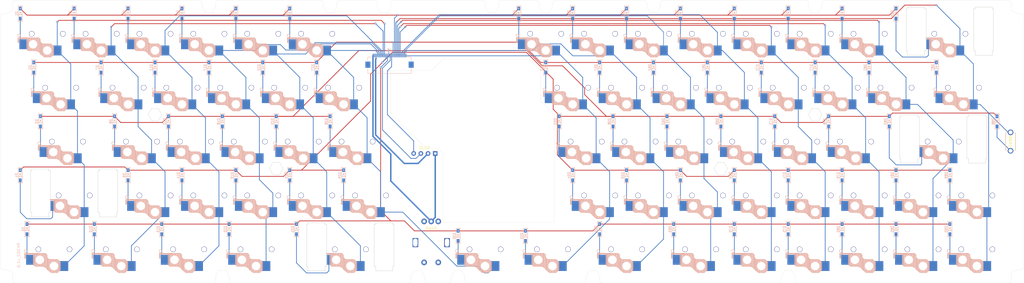
<source format=kicad_pcb>
(kicad_pcb (version 20240108) (generator "pcbnew") (generator_version "8.0")
  (layers (0 "F.Cu" signal) (31 "B.Cu" signal) (34 "B.Paste" user) (35 "F.Paste" user) (36 "B.SilkS" user "B.Silkscreen") (37 "F.SilkS" user "F.Silkscreen") (38 "B.Mask" user) (39 "F.Mask" user) (44 "Edge.Cuts" user))
  (net 0 "")
  (net 1 "Net-(D1-A)")
  (net 2 "Net-(D2-A)")
  (net 3 "Net-(D3-A)")
  (net 4 "Net-(D4-A)")
  (net 5 "Net-(D5-A)")
  (net 6 "Net-(D6-A)")
  (net 7 "Net-(D7-A)")
  (net 8 "Net-(D8-A)")
  (net 9 "Net-(D9-A)")
  (net 10 "Net-(D10-A)")
  (net 11 "Net-(D11-A)")
  (net 12 "Net-(D12-A)")
  (net 13 "Net-(D13-A)")
  (net 14 "Net-(D14-A)")
  (net 15 "Net-(D15-A)")
  (net 16 "Net-(D16-A)")
  (net 17 "Net-(D17-A)")
  (net 18 "Net-(D18-A)")
  (net 19 "Net-(D19-A)")
  (net 20 "Net-(D20-A)")
  (net 21 "Net-(D21-A)")
  (net 22 "Net-(D22-A)")
  (net 23 "Net-(D23-A)")
  (net 24 "Net-(D24-A)")
  (net 25 "Net-(D25-A)")
  (net 26 "Net-(D26-A)")
  (net 27 "Net-(D27-A)")
  (net 28 "Net-(D28-A)")
  (net 29 "Net-(D29-A)")
  (net 30 "Net-(D30-A)")
  (net 31 "Net-(D51-A)")
  (net 32 "Net-(D52-A)")
  (net 33 "Net-(D53-A)")
  (net 34 "Net-(D54-A)")
  (net 35 "Net-(D55-A)")
  (net 36 "Net-(D56-A)")
  (net 37 "Net-(D57-A)")
  (net 38 "Net-(D58-A)")
  (net 39 "Net-(D59-A)")
  (net 40 "Net-(D60-A)")
  (net 41 "Net-(D61-A)")
  (net 42 "Net-(D62-A)")
  (net 43 "Net-(D63-A)")
  (net 44 "Net-(D64-A)")
  (net 45 "Net-(D65-A)")
  (net 46 "Net-(D66-A)")
  (net 47 "Net-(D67-A)")
  (net 48 "Net-(D68-A)")
  (net 49 "Net-(D69-A)")
  (net 50 "Net-(D70-A)")
  (net 51 "Net-(D71-A)")
  (net 52 "Net-(D72-A)")
  (net 53 "Net-(D73-A)")
  (net 54 "Net-(D74-A)")
  (net 55 "Net-(D75-A)")
  (net 56 "Net-(D76-A)")
  (net 57 "Net-(D77-A)")
  (net 58 "Net-(D78-A)")
  (net 59 "Net-(D79-A)")
  (net 60 "Net-(D80-A)")
  (net 61 "Net-(D81-A)")
  (net 62 "Net-(D82-A)")
  (net 63 "Net-(D83-A)")
  (net 64 "Net-(D84-A)")
  (net 65 "Net-(D85-A)")
  (net 66 "Net-(D86-A)")
  (net 67 "Net-(D87-A)")
  (net 68 "Net-(D89-A)")
  (net 69 "Net-(D90-A)")
  (net 70 "GP19:SCL")
  (net 71 "VCC")
  (net 72 "GND")
  (net 73 "RE1_A")
  (net 74 "RE1_B")
  (net 75 "Net-(D88-A)")
  (net 76 "GP18:SDA")
  (net 77 "3v3")
  (net 80 "GP15:COL6")
  (net 81 "GP12:COL9")
  (net 82 "GP14:COL7")
  (net 83 "GP13:COL8")
  (net 84 "GP10:COL11")
  (net 85 "GP11:COL10")
  (net 86 "GP09:COL12")
  (net 87 "GP08:COL13")
  (net 88 "GP16:ROW0")
  (net 89 "GP27:COL4")
  (net 90 "GP28:COL5")
  (net 91 "GP23:COL0")
  (net 92 "GP24:COL1")
  (net 93 "GP25:COL2")
  (net 94 "GP26:COL3")
  (net 95 "GP22:ROW3")
  (net 96 "GP21:ROW4")
  (net 97 "GP17:ROW1")
  (net 98 "GP20:ROW2")
  (footprint "kbd_Parts:Diode_SMD" (layer "F.Cu") (at 209.55 116.6812 -90)
    (property "Reference" "D52")
    (property "Value" "D" (hide yes))
  )
  (footprint "kbd_Parts:Diode_SMD" (layer "F.Cu") (at 290.5125 135.7312 -90)
    (property "Reference" "D73")
    (property "Value" "D" (hide yes))
  )
  (footprint "Rikkodo_FootPrint:rkd_Asm_ChocV1V2_Hotswap_1u" (layer "F.Cu") (at 280.9875 142.875)
    (property "Reference" "SW68" (hide yes))
    (property "Value" "SW_Push" (hide yes))
  )
  (footprint "Rikkodo_FootPrint:rkd_Asm_ChocV1V2_Hotswap_1u" (layer "F.Cu") (at 66.675 142.875)
    (property "Reference" "SW8" (hide yes))
    (property "Value" "SW_Push" (hide yes))
  )
  (footprint "kbd_Parts:Diode_SMD" (layer "F.Cu") (at 271.4625 135.7312 -90)
    (property "Reference" "D68")
    (property "Value" "D" (hide yes))
  )
  (footprint "Rikkodo_FootPrint:rkd_Asm_ChocV1V2_Hotswap_1u" (layer "F.Cu") (at 33.3375 104.775)
    (property "Reference" "SW1" (hide yes))
    (property "Value" "SW_Push" (hide yes))
  )
  (footprint "kbd_Parts:Diode_SMD" (layer "F.Cu") (at 23.8125 97.6312 -90)
    (property "Reference" "D1")
    (property "Value" "D" (hide yes))
  )
  (footprint "kbd_Hole:m2_Screw_Hole" (layer "F.Cu") (at 180.975 105.965625)
    (property "Reference" "M2")
    (property "Value" "Mark")
  )
  (footprint "kbd_Parts:Diode_SMD" (layer "F.Cu") (at 323.85 116.6812 -90)
    (property "Reference" "D82")
    (property "Value" "D" (hide yes))
  )
  (footprint "Rikkodo_FootPrint:rkd_Asm_ChocV1V2_Hotswap_1u" (layer "F.Cu") (at 266.7 104.775)
    (property "Reference" "SW66" (hide yes))
    (property "Value" "SW_Push" (hide yes))
  )
  (footprint "kbd_Parts:Diode_SMD" (layer "F.Cu") (at 71.4375 116.6812 -90)
    (property "Reference" "D12")
    (property "Value" "D" (hide yes))
  )
  (footprint "kbd_Parts:Diode_SMD" (layer "F.Cu") (at 352.425 154.7812 -90)
    (property "Reference" "D89")
    (property "Value" "D" (hide yes))
  )
  (footprint "kbd_Parts:Diode_SMD" (layer "F.Cu") (at 295.275 173.8312 -90)
    (property "Reference" "D75")
    (property "Value" "D" (hide yes))
  )
  (footprint "Rikkodo_FootPrint:rkd_Asm_ChocV1V2_Hotswap_1u" (layer "F.Cu") (at 342.9 180.975)
    (property "Reference" "SW85" (hide yes))
    (property "Value" "SW_Push" (hide yes))
  )
  (footprint "Rikkodo_FootPrint:rkd_Asm_ChocV1V2_Hotswap_1u" (layer "F.Cu") (at 300.0375 142.875)
    (property "Reference" "SW73" (hide yes))
    (property "Value" "SW_Push" (hide yes))
  )
  (footprint "BrownSugar_KBD:SW_PUSH_6x3mm" (layer "F.Cu") (at 373.85625 142.875 90)
    (property "Reference" "SW88")
    (property "Value" "SW_Push")
  )
  (footprint "kbd_Hole:m2_Screw_Hole" (layer "F.Cu") (at 161.925 157.1625)
    (property "Reference" "M7")
    (property "Value" "Mark")
  )
  (footprint "kbd_Parts:Diode_SMD" (layer "F.Cu") (at 333.375 97.6312 -90)
    (property "Reference" "D86")
    (property "Value" "D" (hide yes))
  )
  (footprint "kbd_Parts:Diode_SMD" (layer "F.Cu") (at 23.8125 154.7812 -90)
    (property "Reference" "D4")
    (property "Value" "D" (hide yes))
  )
  (footprint "Rikkodo_FootPrint:rkd_Asm_ChocV1V2_Hotswap_1u" (layer "F.Cu") (at 219.075 123.825)
    (property "Reference" "SW52" (hide yes))
    (property "Value" "SW_Push" (hide yes))
  )
  (footprint "Rikkodo_FootPrint:rkd_Asm_ChocV1V2_Hotswap_1u" (layer "F.Cu") (at 247.65 104.775)
    (property "Reference" "SW61" (hide yes))
    (property "Value" "SW_Push" (hide yes))
  )
  (footprint "kbd_Parts:Diode_SMD" (layer "F.Cu") (at 309.5625 135.7312 -90)
    (property "Reference" "D78")
    (property "Value" "D" (hide yes))
  )
  (footprint "Rikkodo_FootPrint:rkd_Asm_ChocV1V2_Hotswap_1u" (layer "F.Cu") (at 285.75 161.925)
    (property "Reference" "SW69" (hide yes))
    (property "Value" "SW_Push" (hide yes))
  )
  (footprint "kbd_Parts:Diode_SMD" (layer "F.Cu") (at 214.3125 135.7312 -90)
    (property "Reference" "D53")
    (property "Value" "D" (hide yes))
  )
  (footprint "Rikkodo_FootPrint:rkd_Asm_ChocV1V2_Hotswap_1u" (layer "F.Cu") (at 319.0875 142.875)
    (property "Reference" "SW78" (hide yes))
    (property "Value" "SW_Push" (hide yes))
  )
  (footprint "kbd_Hole:m2_Spacer_Hole_hex" (layer "F.Cu") (at 114.3 152.4)
    (property "Reference" "M4")
    (property "Value" "Mark")
    (fp_line (start -2.4 0) (end -1.2 2.15) (stroke (width 0.1)) (layer "Edge.Cuts"))
    (fp_line (start -1.2 -2.15) (end -2.4 0) (stroke (width 0.1)) (layer "Edge.Cuts"))
    (fp_line (start -1.2 2.15) (end 1.2 2.15) (stroke (width 0.1)) (layer "Edge.Cuts"))
    (fp_line (start 1.2 -2.15) (end -1.2 -2.15) (stroke (width 0.1)) (layer "Edge.Cuts"))
    (fp_line (start 1.2 2.15) (end 2.4 0) (stroke (width 0.1)) (layer "Edge.Cuts"))
    (fp_line (start 2.4 0) (end 1.2 -2.15) (stroke (width 0.1)) (layer "Edge.Cuts"))
  )
  (footprint "Rikkodo_FootPrint:rkd_Asm_ChocV1V2_Hotswap_1u" (layer "F.Cu") (at 314.325 123.825)
    (property "Reference" "SW77" (hide yes))
    (property "Value" "SW_Push" (hide yes))
  )
  (footprint "kbd_Parts:Diode_SMD" (layer "F.Cu") (at 285.75 116.6812 -90)
    (property "Reference" "D72")
    (property "Value" "D" (hide yes))
  )
  (footprint "Rikkodo_FootPrint:rkd_Asm_ChocV1V2_Hotswap_1u" (layer "F.Cu") (at 100.0125 123.825)
    (property "Reference" "SW17" (hide yes))
    (property "Value" "SW_Push" (hide yes))
  )
  (footprint "kbd_Parts:Diode_SMD" (layer "F.Cu") (at 233.3625 135.7312 -90)
    (property "Reference" "D58")
    (property "Value" "D" (hide yes))
  )
  (footprint "Rikkodo_FootPrint:rkd_Asm_ChocV1V2_Hotswap_1u" (layer "F.Cu") (at 71.4375 161.925)
    (property "Reference" "SW9" (hide yes))
    (property "Value" "SW_Push" (hide yes))
  )
  (footprint "kbd_Parts:Diode_SMD" (layer "F.Cu") (at 95.25 135.7312 -90)
    (property "Reference" "D18")
    (property "Value" "D" (hide yes))
  )
  (footprint "Rikkodo_FootPrint:rkd_Asm_ChocV1V2_Hotswap_1u" (layer "F.Cu") (at 238.125 180.975)
    (property "Reference" "SW60" (hide yes))
    (property "Value" "SW_Push" (hide yes))
  )
  (footprint "kbd_Parts:Diode_SMD" (layer "F.Cu") (at 109.5375 116.6812 -90)
    (property "Reference" "D22")
    (property "Value" "D" (hide yes))
  )
  (footprint "Rikkodo_FootPrint:rkd_Asm_ChocV1V2_Hotswap_1u" (layer "F.Cu") (at 242.8875 142.875)
    (property "Reference" "SW58" (hide yes))
    (property "Value" "SW_Push" (hide yes))
  )
  (footprint "kbd_Hole:m2_Spacer_Hole_hex" (layer "F.Cu") (at 71.4375 133.35)
    (property "Reference" "M3")
    (property "Value" "Mark")
    (fp_line (start -2.4 0) (end -1.2 2.15) (stroke (width 0.1)) (layer "Edge.Cuts"))
    (fp_line (start -1.2 -2.15) (end -2.4 0) (stroke (width 0.1)) (layer "Edge.Cuts"))
    (fp_line (start -1.2 2.15) (end 1.2 2.15) (stroke (width 0.1)) (layer "Edge.Cuts"))
    (fp_line (start 1.2 -2.15) (end -1.2 -2.15) (stroke (width 0.1)) (layer "Edge.Cuts"))
    (fp_line (start 1.2 2.15) (end 2.4 0) (stroke (width 0.1)) (layer "Edge.Cuts"))
    (fp_line (start 2.4 0) (end 1.2 -2.15) (stroke (width 0.1)) (layer "Edge.Cuts"))
  )
  (footprint "kbd_Parts:Diode_SMD" (layer "F.Cu") (at 257.175 154.7812 -90)
    (property "Reference" "D64")
    (property "Value" "D" (hide yes))
  )
  (footprint "kbd_Parts:Diode_SMD" (layer "F.Cu") (at 114.3 135.7312 -90)
    (property "Reference" "D23")
    (property "Value" "D" (hide yes))
  )
  (footprint "kbd_Parts:Diode_SMD" (layer "F.Cu") (at 352.425 173.8312 -90)
    (property "Reference" "D90")
    (property "Value" "D" (hide yes))
  )
  (footprint "kbd_Parts:Diode_SMD" (layer "F.Cu") (at 97.6313 173.8312 -90)
    (property "Reference" "D20")
    (property "Value" "D" (hide yes))
  )
  (footprint "kbd_Parts:Diode_SMD" (layer "F.Cu") (at 80.9625 154.7812 -90)
    (property "Reference" "D14")
    (property "Value" "D" (hide yes))
  )
  (footprint "Rikkodo_FootPrint:rkd_Asm_ChocV1V2_Hotswap_1u" (layer "F.Cu") (at 261.9375 142.875)
    (property "Reference" "SW63" (hide yes))
    (property "Value" "SW_Push" (hide yes))
  )
  (footprint "Rikkodo_FootPrint:rkd_Asm_ChocV1V2_Hotswap_1u" (layer "F.Cu") (at 264.31875 180.975)
    (property "Reference" "SW65" (hide yes))
    (property "Value" "SW_Push" (hide yes))
  )
  (footprint "kbd_Parts:Diode_SMD" (layer "F.Cu") (at 295.275 97.5812 -90)
    (property "Reference" "D76")
    (property "Value" "D" (hide yes))
  )
  (footprint "kbd_Parts:Diode_SMD" (layer "F.Cu") (at 219.075 97.6312 -90)
    (property "Reference" "D56")
    (property "Value" "D" (hide yes))
  )
  (footprint "Rikkodo_FootPrint:rkd_Asm_ChocV1V2_Hotswap_1u" (layer "F.Cu") (at 52.3875 104.775)
    (property "Reference" "SW6" (hide yes))
    (property "Value" "SW_Push" (hide yes))
  )
  (footprint "Rikkodo_FootPrint:rkd_Asm_ChocV1V2_Hotswap_1u" (layer "F.Cu") (at 357.1875 123.825)
    (property "Reference" "SW87" (hide yes))
    (property "Value" "SW_Push" (hide yes))
  )
  (footprint "Rikkodo_FootPrint:rkd_Asm_ChocV1V2_Hotswap_1u" (layer "F.Cu") (at 123.825 142.875)
    (property "Reference" "SW23" (hide yes))
    (property "Value" "SW_Push" (hide yes))
  )
  (footprint "kbd_Parts:Diode_SMD" (layer "F.Cu") (at 178.5938 176.2125 -90)
    (property "Reference" "D30")
    (property "Value" "D" (hide yes))
  )
  (footprint "Rikkodo_FootPrint:rkd_Asm_ChocV1V2_Hotswap_1u" (layer "F.Cu") (at 61.9125 123.825)
    (property "Reference" "SW7" (hide yes))
    (property "Value" "SW_Push" (hide yes))
  )
  (footprint "Rikkodo_FootPrint:rkd_Asm_ChocV1V2_Hotswap_1u" (layer "F.Cu") (at 40.4813 142.875)
    (property "Reference" "SW3" (hide yes))
    (property "Value" "SW_Push" (hide yes))
  )
  (footprint "kbd_Parts:Diode_SMD" (layer "F.Cu") (at 238.125 97.6312 -90)
    (property "Reference" "D61")
    (property "Value" "D" (hide yes))
  )
  (footprint "Rikkodo_FootPrint:rkd_Asm_ChocV1V2_Hotswap_1u" (layer "F.Cu") (at 257.175 123.825)
    (property "Reference" "SW62" (hide yes))
    (property "Value" "SW_Push" (hide yes))
  )
  (footprint "kbd_Parts:Diode_SMD" (layer "F.Cu") (at 202.4063 176.2125 -90)
    (property "Reference" "D55")
    (property "Value" "D" (hide yes))
  )
  (footprint "Rikkodo_FootPrint:rkd_Asm_ChocV1V2_Hotswap_1u" (layer "F.Cu") (at 342.9 161.925)
    (property "Reference" "SW84" (hide yes))
    (property "Value" "SW_Push" (hide yes))
  )
  (footprint "kbd_Parts:Diode_SMD" (layer "F.Cu") (at 266.7 116.6812 -90)
    (property "Reference" "D67")
    (property "Value" "D" (hide yes))
  )
  (footprint "Rikkodo_FootPrint:rkd_Asm_ChocV1V2_Hotswap_1u" (layer "F.Cu") (at 119.0625 123.825)
    (property "Reference" "SW22" (hide yes))
    (property "Value" "SW_Push" (hide yes))
  )
  (footprint "kbd_Parts:Diode_SMD" (layer "F.Cu") (at 52.3875 116.6812 -90)
    (property "Reference" "D7")
    (property "Value" "D" (hide yes))
  )
  (footprint "kbd_Parts:Diode_SMD" (layer "F.Cu") (at 238.125 154.7812 -90)
    (property "Reference" "D59")
    (property "Value" "D" (hide yes))
  )
  (footprint "kbd_Parts:Diode_SMD" (layer "F.Cu") (at 119.0625 154.7812 -90)
    (property "Reference" "D24")
    (property "Value" "D" (hide yes))
  )
  (footprint "Rikkodo_FootPrint:rkd_Asm_ChocV1V2_Hotswap_1u" (layer "F.Cu") (at 142.875 142.875)
    (property "Reference" "SW28" (hide yes))
    (property "Value" "SW_Push" (hide yes))
  )
  (footprint "kbd_Parts:Diode_SMD" (layer "F.Cu") (at 228.6 173.83125 -90)
    (property "Reference" "D60")
    (property "Value" "D" (hide yes))
  )
  (footprint "kbd_Parts:Diode_SMD" (layer "F.Cu") (at 61.9125 154.7812 -90)
    (property "Reference" "D9")
    (property "Value" "D" (hide yes))
  )
  (footprint "kbd_Parts:Diode_SMD" (layer "F.Cu") (at 138.1125 154.7812 -90)
    (property "Reference" "D29")
    (property "Value" "D" (hide yes))
  )
  (footprint "kbd_Parts:Diode_SMD" (layer "F.Cu") (at 314.325 154.7812 -90)
    (property "Reference" "D79")
    (property "Value" "D" (hide yes))
  )
  (footprint "kbd_Parts:Diode_SMD" (layer "F.Cu") (at 247.65 116.6812 -90)
    (property "Reference" "D62")
    (property "Value" "D" (hide yes))
  )
  (footprint "Rikkodo_FootPrint:rkd_Asm_ChocV1V2_Hotswap_1u" (layer "F.Cu") (at 333.375 123.825)
    (property "Reference" "SW82" (hide yes))
    (property "Value" "SW_Push" (hide yes))
  )
  (footprint "Rikkodo_FootPrint:rkd_Asm_ChocV1V2_Hotswap_1u" (layer "F.Cu") (at 83.3438 180.975)
    (property "Reference" "SW15" (hide yes))
    (property "Value" "SW_Push" (hide yes))
  )
  (footprint "Rikkodo_FootPrint:rkd_Asm_ChocV1V2_Hotswap_1u" (layer "F.Cu") (at 35.7188 180.975)
    (property "Reference" "SW5" (hide yes))
    (property "Value" "SW_Push" (hide yes))
  )
  (footprint "Rikkodo_FootPrint:rkd_Asm_ChocV1V2_Hotswap_1u" (layer "F.Cu") (at 109.5375 161.925)
    (property "Reference" "SW19" (hide yes))
    (property "Value" "SW_Push" (hide yes))
  )
  (footprint "Rikkodo_FootPrint:rkd_Asm_ChocV1V2_Hotswap_1u" (layer "F.Cu") (at 223.8375 142.875)
    (property "Reference" "SW53" (hide yes))
    (property "Value" "SW_Push" (hide yes))
  )
  (footprint "kbd_Parts:Diode_SMD" (layer "F.Cu") (at 119.0625 97.6312 -90)
    (property "Reference" "D26")
    (property "Value" "D" (hide yes))
  )
  (footprint "kbd_Parts:Diode_SMD" (layer "F.Cu") (at 128.5875 116.6812 -90)
    (property "Reference" "D27")
    (property "Value" "D" (hide yes))
  )
  (footprint "kbd_Parts:Diode_SMD" (layer "F.Cu") (at 133.35 135.7312 -90)
    (property "Reference" "D28")
    (property "Value" "D" (hide yes))
  )
  (footprint "Rikkodo_FootPrint:rkd_Asm_ChocV1V2_Hotswap_1u" (layer "F.Cu") (at 247.65 161.925)
    (property "Reference" "SW59" (hide yes))
    (property "Value" "SW_Push" (hide yes))
  )
  (footprint "Rikkodo_FootPrint:rkd_Asm_ChocV1V2_Hotswap_1u" (layer "F.Cu") (at 147.6375 161.925)
    (property "Reference" "SW29" (hide yes))
    (property "Value" "SW_Push" (hide yes))
  )
  (footprint "kbd_Hole:m2_Spacer_Hole_hex" (layer "F.Cu") (at 271.4625 152.4)
    (property "Reference" "M5")
    (property "Value" "Mark")
    (fp_line (start -2.4 0) (end -1.2 2.15) (stroke (width 0.1)) (layer "Edge.Cuts"))
    (fp_line (start -1.2 -2.15) (end -2.4 0) (stroke (width 0.1)) (layer "Edge.Cuts"))
    (fp_line (start -1.2 2.15) (end 1.2 2.15) (stroke (width 0.1)) (layer "Edge.Cuts"))
    (fp_line (start 1.2 -2.15) (end -1.2 -2.15) (stroke (width 0.1)) (layer "Edge.Cuts"))
    (fp_line (start 1.2 2.15) (end 2.4 0) (stroke (width 0.1)) (layer "Edge.Cuts"))
    (fp_line (start 2.4 0) (end 1.2 -2.15) (stroke (width 0.1)) (layer "Edge.Cuts"))
  )
  (footprint "Rikkodo_FootPrint:rkd_Asm_ChocV1V2_Hotswap_1u" (layer "F.Cu") (at 104.775 142.875)
    (property "Reference" "SW18" (hide yes))
    (property "Value" "SW_Push" (hide yes))
  )
  (footprint "Rikkodo_FootPrint:rkd_Asm_ChocV1V2_Hotswap_1u" (layer "F.Cu") (at 38.1 123.825)
    (property "Reference" "SW2" (hide yes))
    (property "Value" "SW_Push" (hide yes))
  )
  (footprint "BrownSugar_KBD:OLED_center_display" (layer "F.Cu") (at 166.68764 128.5875)
    (property "Reference" "OL2")
    (property "Value" "OLED")
  )
  (footprint "kbd_Parts:Diode_SMD" (layer "F.Cu") (at 200.025 97.6312 -90)
    (property "Reference" "D51")
    (property "Value" "D" (hide yes))
  )
  (footprint "Rikkodo_FootPrint:rkd_Asm_ChocV1V2_Hotswap_1u" (layer "F.Cu") (at 285.75 104.775)
    (property "Reference" "SW71" (hide yes))
    (property "Value" "SW_Push" (hide yes))
  )
  (footprint "kbd_Parts:Diode_SMD" (layer "F.Cu") (at 42.8625 97.6312 -90)
    (property "Reference" "D6")
    (property "Value" "D" (hide yes))
  )
  (footprint "kbd_Parts:Diode_SMD" (layer "F.Cu") (at 26.1938 173.8312 -90)
    (property "Reference" "D5")
    (property "Value" "D" (hide yes))
  )
  (footprint "kbd_Parts:Diode_SMD" (layer "F.Cu") (at 219.075 154.7812 -90)
    (property "Reference" "D54")
    (property "Value" "D" (hide yes))
  )
  (footprint "Rikkodo_FootPrint:rkd_Asm_ChocV1V2_Hotswap_1u" (layer "F.Cu") (at 128.5875 104.775)
    (property "Reference" "SW26" (hide yes))
    (property "Value" "SW_Push" (hide yes))
  )
  (footprint "Rikkodo_FootPrint:rkd_Asm_ChocV1V2_Hotswap_1u" (layer "F.Cu") (at 128.5875 161.925)
    (property "Reference" "SW24" (hide yes))
    (property "Value" "SW_Push" (hide yes))
  )
  (footprint "Rikkodo_FootPrint:rkd_Asm_ChocV1V2_Hotswap_1u" (layer "F.Cu") (at 323.85 104.775)
    (property "Reference" "SW81" (hide yes))
    (property "Value" "SW_Push" (hide yes))
  )
  (footprint "Rikkodo_FootPrint:rkd_Asm_ChocV2_Hotswap_2uW" (layer "F.Cu") (at 140.4938 180.975)
    (property "Reference" "SW25" (hide yes))
    (property "Value" "SW_Push" (hide yes))
    (fp_line (start -15.4 -8.8) (end -15.4 6) (stroke (width 0.12)) (layer "Edge.Cuts"))
    (fp_line (start -15.4 6) (end -15.025 6) (stroke (width 0.12)) (layer "Edge.Cuts"))
    (fp_line (start -15.025 -9.445) (end -8.975 -9.445) (stroke (width 0.12)) (layer "Edge.Cuts"))
    (fp_line (start -15.025 -8.8) (end -15.4 -8.8) (stroke (width 0.12)) (layer "Edge.Cuts"))
    (fp_line (start -15.025 -8.8) (end -15.025 -9.445) (stroke (width 0.12)) (layer "Edge.Cuts"))
    (fp_line (start -15.025 7.605) (end -15.025 6) (stroke (width 0.12)) (layer "Edge.Cuts"))
    (fp_line (start -8.975 -8.8) (end -8.975 -9.445) (stroke (width 0.12)) (layer "Edge.Cuts"))
    (fp_line (start -8.975 6) (end -8.975 7.605) (stroke (width 0.12)) (layer "Edge.Cuts"))
    (fp_line (start -8.975 7.605) (end -15.025 7.605) (stroke (width 0.12)) (layer "Edge.Cuts"))
    (fp_line (start -8.4 -8.8) (end -8.975 -8.8) (stroke (width 0.12)) (layer "Edge.Cuts"))
    (fp_line (start -8.4 6) (end -8.975 6) (stroke (width 0.12)) (layer "Edge.Cuts"))
    (fp_line (start -8.4 6) (end -8.4 -8.8) (stroke (width 0.12)) (layer "Edge.Cuts"))
    (fp_line (start 8.4 -8.8) (end 8.975 -8.8) (stroke (width 0.12)) (layer "Edge.Cuts"))
    (fp_line (start 8.4 6) (end 8.4 -8.8) (stroke (width 0.12)) (layer "Edge.Cuts"))
    (fp_line (start 8.975 -9.445) (end 8.975 -8.8) (stroke (width 0.12)) (layer "Edge.Cuts"))
    (fp_line (start 8.975 6) (end 8.4 6) (stroke (width 0.12)) (layer "Edge.Cuts"))
    (fp_line (start 8.975 6) (end 8.975 7.605) (stroke (width 0.12)) (layer "Edge.Cuts"))
    (fp_line (start 8.975 7.605) (end 15.025 7.605) (stroke (width 0.12)) (layer "Edge.Cuts"))
    (fp_line (start 15.025 -9.445) (end 8.975 -9.445) (stroke (width 0.12)) (layer "Edge.Cuts"))
    (fp_line (start 15.025 -9.445) (end 15.025 -8.8) (stroke (width 0.12)) (layer "Edge.Cuts"))
    (fp_line (start 15.025 -8.8) (end 15.4 -8.8) (stroke (width 0.12)) (layer "Edge.Cuts"))
    (fp_line (start 15.025 7.605) (end 15.025 6) (stroke (width 0.12)) (layer "Edge.Cuts"))
    (fp_line (start 15.4 -8.8) (end 15.4 6) (stroke (width 0.12)) (layer "Edge.Cuts"))
    (fp_line (start 15.4 6) (end 15.025 6) (stroke (width 0.12)) (layer "Edge.Cuts"))
  )
  (footprint "Rikkodo_FootPrint:rkd_Asm_ChocV1V2_Hotswap_1u" (layer "F.Cu") (at 90.4875 104.775)
    (property "Reference" "SW16" (hide yes))
    (property "Value" "SW_Push" (hide yes))
  )
  (footprint "Rikkodo_FootPrint:rkd_Asm_ChocV1V2_Hotswap_1u" (layer "F.Cu") (at 107.1563 180.975)
    (property "Reference" "SW20" (hide yes))
    (property "Value" "SW_Push" (hide yes))
  )
  (footprint "kbd_Parts:Diode_SMD" (layer "F.Cu") (at 333.375 154.7812 -90)
    (property "Reference" "D84")
    (property "Value" "D" (hide yes))
  )
  (footprint "Rikkodo_FootPrint:rkd_Asm_ChocV1V2_Hotswap_1u" (layer "F.Cu") (at 304.8 161.925)
    (property "Reference" "SW74" (hide yes))
    (property "Value" "SW_Push" (hide yes))
  )
  (footprint "Rikkodo_FootPrint:rkd_Asm_ChocV1V2_Hotswap_1u" (layer "F.Cu") (at 90.4875 161.925)
    (property "Reference" "SW14" (hide yes))
    (property "Value" "SW_Push" (hide yes))
  )
  (footprint "Rikkodo_FootPrint:rkd_Asm_ChocV1V2_Hotswap_1u" (layer "F.Cu") (at 188.1188 180.975)
    (property "Reference" "SW30" (hide yes))
    (property "Value" "SW_Push" (hide yes))
  )
  (footprint "kbd_Parts:Diode_SMD" (layer "F.Cu") (at 61.9125 97.6312 -90)
    (property "Reference" "D11")
    (property "Value" "D" (hide yes))
  )
  (footprint "kbd_Parts:Diode_SMD" (layer "F.Cu") (at 80.9625 97.6312 -90)
    (property "Reference" "D16")
    (property "Value" "D" (hide yes))
  )
  (footprint "kbd_Parts:Diode_SMD" (layer "F.Cu") (at 276.225 173.8312 -90)
    (property "Reference" "D70")
    (property "Value" "D" (hide yes))
  )
  (footprint "kbd_Parts:Diode_SMD" (layer "F.Cu") (at 50.0063 173.8312 -90)
    (property "Reference" "D10")
    (property "Value" "D" (hide yes))
  )
  (footprint "kbd_Parts:Diode_SMD" (layer "F.Cu") (at 276.225 97.6312 -90)
    (property "Reference" "D71")
    (property "Value" "D" (hide yes))
  )
  (footprint "Rikkodo_FootPrint:rkd_Asm_ChocV1V2_Hotswap_1u" (layer "F.Cu") (at 238.125 123.825)
    (property "Reference" "SW57" (hide yes))
    (property "Value" "SW_Push" (hide yes))
  )
  (footprint "kbd_Parts:Diode_SMD" (layer "F.Cu") (at 76.2 135.73125 -90)
    (property "Reference" "D13")
    (property "Value" "D" (hide yes))
  )
  (footprint "Rikkodo_FootPrint:rkd_Asm_ChocV2_Hotswap_2uW" (layer "F.Cu") (at 42.8625 161.925)
    (property "Reference" "SW4" (hide yes))
    (property "Value" "SW_Push" (hide yes))
    (fp_line (start -15.4 -8.8) (end -15.4 6) (stroke (width 0.12)) (layer "Edge.Cuts"))
    (fp_line (start -15.4 6) (end -15.025 6) (stroke (width 0.12)) (layer "Edge.Cuts"))
    (fp_line (start -15.025 -9.445) (end -8.975 -9.445) (stroke (width 0.12)) (layer "Edge.Cuts"))
    (fp_line (start -15.025 -8.8) (end -15.4 -8.8) (stroke (width 0.12)) (layer "Edge.Cuts"))
    (fp_line (start -15.025 -8.8) (end -15.025 -9.445) (stroke (width 0.12)) (layer "Edge.Cuts"))
    (fp_line (start -15.025 7.605) (end -15.025 6) (stroke (width 0.12)) (layer "Edge.Cuts"))
    (fp_line (start -8.975 -8.8) (end -8.975 -9.445) (stroke (width 0.12)) (layer "Edge.Cuts"))
    (fp_line (start -8.975 6) (end -8.975 7.605) (stroke (width 0.12)) (layer "Edge.Cuts"))
    (fp_line (start -8.975 7.605) (end -15.025 7.605) (stroke (width 0.12)) (layer "Edge.Cuts"))
    (fp_line (start -8.4 -8.8) (end -8.975 -8.8) (stroke (width 0.12)) (layer "Edge.Cuts"))
    (fp_line (start -8.4 6) (end -8.975 6) (stroke (width 0.12)) (layer "Edge.Cuts"))
    (fp_line (start -8.4 6) (end -8.4 -8.8) (stroke (width 0.12)) (layer "Edge.Cuts"))
    (fp_line (start 8.4 -8.8) (end 8.975 -8.8) (stroke (width 0.12)) (layer "Edge.Cuts"))
    (fp_line (start 8.4 6) (end 8.4 -8.8) (stroke (width 0.12)) (layer "Edge.Cuts"))
    (fp_line (start 8.975 -9.445) (end 8.975 -8.8) (stroke (width 0.12)) (layer "Edge.Cuts"))
    (fp_line (start 8.975 6) (end 8.4 6) (stroke (width 0.12)) (layer "Edge.Cuts"))
    (fp_line (start 8.975 6) (end 8.975 7.605) (stroke (width 0.12)) (layer "Edge.Cuts"))
    (fp_line (start 8.975 7.605) (end 15.025 7.605) (stroke (width 0.12)) (layer "Edge.Cuts"))
    (fp_line (start 15.025 -9.445) (end 8.975 -9.445) (stroke (width 0.12)) (layer "Edge.Cuts"))
    (fp_line (start 15.025 -9.445) (end 15.025 -8.8) (stroke (width 0.12)) (layer "Edge.Cuts"))
    (fp_line (start 15.025 -8.8) (end 15.4 -8.8) (stroke (width 0.12)) (layer "Edge.Cuts"))
    (fp_line (start 15.025 7.605) (end 15.025 6) (stroke (width 0.12)) (layer "Edge.Cuts"))
    (fp_line (start 15.4 -8.8) (end 15.4 6) (stroke (width 0.12)) (layer "Edge.Cuts"))
    (fp_line (start 15.4 6) (end 15.025 6) (stroke (width 0.12)) (layer "Edge.Cuts"))
  )
  (footprint "Rikkodo_FootPrint:rkd_Asm_ChocV1V2_Hotswap_1u" (layer "F.Cu") (at 228.6 161.925)
    (property "Reference" "SW54" (hide yes))
    (property "Value" "SW_Push" (hide yes))
  )
  (footprint "kbd_Parts:Diode_SMD" (layer "F.Cu") (at 254.79375 173.8312 -90)
    (property "Reference" "D65")
    (property "Value" "D" (hide yes))
  )
  (footprint "kbd_Parts:Diode_SMD" (layer "F.Cu") (at 369.09375 135.73125 -90)
    (property "Reference" "D88")
    (property "Value" "D" (hide yes))
  )
  (footprint "kbd_Parts:Diode_SMD" (layer "F.Cu") (at 257.175 97.6312 -90)
    (property "Reference" "D66")
    (property "Value" "D" (hide yes))
  )
  (footprint "Rikkodo_FootPrint:rkd_Asm_ChocV1V2_Hotswap_1u" (layer "F.Cu") (at 138.1125 123.825)
    (property "Reference" "SW27" (hide yes))
    (property "Value" "SW_Push" (hide yes))
  )
  (footprint "kbd_Parts:Diode_SMD" (layer "F.Cu") (at 73.8188 173.8312 -90)
    (property "Reference" "D15")
    (property "Value" "D" (hide yes))
  )
  (footprint "kbd_Hole:m2_Screw_Hole" (layer "F.Cu") (at 161.925 105.965625)
    (property "Reference" "M1")
    (property "Value" "Mark")
  )
  (footprint "kbd_Parts:Diode_SMD" (layer "F.Cu") (at 295.275 154.7812 -90)
    (property "Reference" "D74")
    (property "Value" "D" (hide yes))
  )
  (footprint "Rikkodo_FootPrint:rkd_Asm_ChocV1V2_Hotswap_1u" (layer "F.Cu") (at 59.5313 180.975)
    (property "Reference" "SW10" (hide yes))
    (property "Value" "SW_Push" (hide yes))
  )
  (footprint "kbd_Parts:Diode_SMD" (layer "F.Cu") (at 314.325 173.8312 -90)
    (property "Reference" "D80")
    (property "Value" "D" (hide yes))
  )
  (footprint "kbd_Parts:Diode_SMD" (layer "F.Cu") (at 100.0125 97.6312 -90)
    (property "Reference" "D21")
    (property "Value" "D" (hide yes))
  )
  (footprint "kbd_Parts:Diode_SMD" (layer "F.Cu") (at 28.575 116.6812 -90)
    (property "Reference" "D2")
    (property "Value" "D" (hide yes))
  )
  (footprint "kbd_Parts:Diode_SMD" (layer "F.Cu") (at 30.9563 135.7312 -90)
    (property "Reference" "D3")
    (property "Value" "D" (hide yes))
  )
  (footprint "Rikkodo_FootPrint:rkd_Asm_ChocV1V2_Hotswap_1u" (layer "F.Cu") (at 209.55 104.775)
    (property "Reference" "SW51" (hide yes))
    (property "Value" "SW_Push" (hide yes))
  )
  (footprint "Rikkodo_FootPrint:rkd_Asm_ChocV1V2_Hotswap_1u" (layer "F.Cu") (at 361.95 161.925)
    (property "Reference" "SW89" (hide yes))
    (property "Value" "SW_Push" (hide yes))
  )
  (footprint "Rikkodo_FootPrint:rkd_Asm_ChocV1V2_Hotswap_1u" (layer "F.Cu") (at 266.7 161.925)
    (property "Reference" "SW64" (hide yes))
    (property "Value" "SW_Push" (hide yes))
  )
  (footprint "BrownSugar_KBD:RotaryEncoder_EC11-Switch" (layer "F.Cu") (at 169.06875 178.59375 180)
    (property "Reference" "SW40")
    (property "Value" "RotaryEncoder_Switch")
  )
  (footprint "kbd_Parts:Diode_SMD" (layer "F.Cu") (at 100.0125 154.7812 -90)
    (property "Reference" "D19")
    (property "Value" "D" (hide yes))
  )
  (footprint "kbd_Parts:Diode_SMD" (layer "F.Cu") (at 228.6 116.6812 -90)
    (property "Reference" "D57")
    (property "Value" "D" (hide yes))
  )
  (footprint "Rikkodo_FootPrint:rkd_Asm_ChocV1V2_Hotswap_1u" (layer "F.Cu") (at 85.725 142.875)
    (property "Reference" "SW13" (hide yes))
    (property "Value" "SW_Push" (hide yes))
  )
  (footprint "kbd_Parts:Diode_SMD" (layer "F.Cu") (at 330.9938 135.7312 -90)
    (property "Reference" "D83")
    (property "Value" "D" (hide yes))
  )
  (footprint "Rikkodo_FootPrint:rkd_Asm_ChocV1V2_Hotswap_1u" (layer "F.Cu") (at 295.275 123.825)
    (property "Reference" "SW72" (hide yes))
    (property "Value" "SW_Push" (hide yes))
  )
  (footprint "Rikkodo_FootPrint:rkd_Asm_ChocV1V2_Hotswap_1u" (layer "F.Cu") (at 323.85 180.975)
    (property "Reference" "SW80" (hide yes))
    (property "Value" "SW_Push" (hide yes))
  )
  (footprint "Rikkodo_FootPrint:rkd_Asm_ChocV1V2_Hotswap_1u" (layer "F.Cu") (at 71.4375 104.775)
    (property "Reference" "SW11" (hide yes))
    (property "Value" "SW_Push" (hide yes))
  )
  (footprint "Rikkodo_FootPrint:rkd_Asm_ChocV1V2_Hotswap_1u" (layer "F.Cu") (at 361.95 180.975)
    (property "Reference" "SW90" (hide yes))
    (property "Value" "SW_Push" (hide yes))
  )
  (footprint "Rikkodo_FootPrint:rkd_Asm_ChocV1V2_Hotswap_1u" (layer "F.Cu") (at 285.75 180.975)
    (property "Reference" "SW70" (hide yes))
    (property "Value" "SW_Push" (hide yes))
  )
  (footprint "Rikkodo_FootPrint:rkd_Asm_ChocV1V2_Hotswap_1u" (layer "F.Cu") (at 228.6 104.775)
    (property "Reference" "SW56" (hide yes))
    (property "Value" "SW_Push" (hide yes))
  )
  (footprint "Rikkodo_FootPrint:rkd_Asm_ChocV1V2_Hotswap_1u" (layer "F.Cu") (at 323.85 161.925)
    (property "Reference" "SW79" (hide yes))
    (property "Value" "SW_Push" (hide yes))
  )
  (footprint "Rikkodo_FootPrint:rkd_Asm_ChocV1V2_Hotswap_1u" (layer "F.Cu") (at 211.9313 180.975)
    (property "Reference" "SW55" (hide yes))
    (property "Value" "SW_Push" (hide yes))
  )
  (footprint "Rikkodo_FootPrint:rkd_Asm_ChocV1V2_Hotswap_1u" (layer "F.Cu") (at 304.8 180.975)
    (property "Reference" "SW75" (hide yes))
    (property "Value" "SW_Push" (hide yes))
  )
  (footprint "Rikkodo_FootPrint:rkd_Asm_ChocV2_Hotswap_2uW" (layer "F.Cu") (at 350.0438 142.875)
    (property "Reference" "SW83" (hide yes))
    (property "Value" "SW_Push" (hide yes))
    (fp_line (start -15.4 -8.8) (end -15.4 6) (stroke (width 0.12)) (layer "Edge.Cuts"))
    (fp_line (start -15.4 6) (end -15.025 6) (stroke (width 0.12)) (layer "Edge.Cuts"))
    (fp_line (start -15.025 -9.445) (end -8.975 -9.445) (stroke (width 0.12)) (layer "Edge.Cuts"))
    (fp_line (start -15.025 -8.8) (end -15.4 -8.8) (stroke (width 0.12)) (layer "Edge.Cuts"))
    (fp_line (start -15.025 -8.8) (end -15.025 -9.445) (stroke (width 0.12)) (layer "Edge.Cuts"))
    (fp_line (start -15.025 7.605) (end -15.025 6) (stroke (width 0.12)) (layer "Edge.Cuts"))
    (fp_line (start -8.975 -8.8) (end -8.975 -9.445) (stroke (width 0.12)) (layer "Edge.Cuts"))
    (fp_line (start -8.975 6) (end -8.975 7.605) (stroke (width 0.12)) (layer "Edge.Cuts"))
    (fp_line (start -8.975 7.605) (end -15.025 7.605) (stroke (width 0.12)) (layer "Edge.Cuts"))
    (fp_line (start -8.4 -8.8) (end -8.975 -8.8) (stroke (width 0.12)) (layer "Edge.Cuts"))
    (fp_line (start -8.4 6) (end -8.975 6) (stroke (width 0.12)) (layer "Edge.Cuts"))
    (fp_line (start -8.4 6) (end -8.4 -8.8) (stroke (width 0.12)) (layer "Edge.Cuts"))
    (fp_line (start 8.4 -8.8) (end 8.975 -8.8) (stroke (width 0.12)) (layer "Edge.Cuts"))
    (fp_line (start 8.4 6) (end 8.4 -8.8) (stroke (width 0.12)) (layer "Edge.Cuts"))
    (fp_line (start 8.975 -9.445) (end 8.975 -8.8) (stroke (width 0.12)) (layer "Edge.Cuts"))
    (fp_line (start 8.975 6) (end 8.4 6) (stroke (width 0.12)) (layer "Edge.Cuts"))
    (fp_line (start 8.975 6) (end 8.975 7.605) (stroke (width 0.12)) (layer "Edge.Cuts"))
    (fp_line (start 8.975 7.605) (end 15.025 7.605) (stroke (width 0.12)) (layer "Edge.Cuts"))
    (fp_line (start 15.025 -9.445) (end 8.975 -9.445) (stroke (width 0.12)) (layer "Edge.Cuts"))
    (fp_line (start 15.025 -9.445) (end 15.025 -8.8) (stroke (width 0.12)) (layer "Edge.Cuts"))
    (fp_line (start 15.025 -8.8) (end 15.4 -8.8) (stroke (width 0.12)) (layer "Edge.Cuts"))
    (fp_line (start 15.025 7.605) (end 15.025 6) (stroke (width 0.12)) (layer "Edge.Cuts"))
    (fp_line (start 15.4 -8.8) (end 15.4 6) (stroke (width 0.12)) (layer "Edge.Cuts"))
    (fp_line (start 15.4 6) (end 15.025 6) (stroke (width 0.12)) (layer "Edge.Cuts"))
  )
  (footprint "kbd_Parts:Diode_SMD" (layer "F.Cu") (at 314.325 97.6312 -90)
    (property "Reference" "D81" (hide yes))
    (property "Value" "D" (hide yes))
  )
  (footprint "Rikkodo_FootPrint:rkd_Asm_ChocV2_Hotswap_2uW" (layer "F.Cu") (at 352.425 104.775)
    (property "Reference" "SW86" (hide yes))
    (property "Value" "SW_Push" (hide yes))
    (fp_line (start -15.4 -8.8) (end -15.4 6) (stroke (width 0.12)) (layer "Edge.Cuts"))
    (fp_line (start -15.4 6) (end -15.025 6) (stroke (width 0.12)) (layer "Edge.Cuts"))
    (fp_line (start -15.025 -9.445) (end -8.975 -9.445) (stroke (width 0.12)) (layer "Edge.Cuts"))
    (fp_line (start -15.025 -8.8) (end -15.4 -8.8) (stroke (width 0.12)) (layer "Edge.Cuts"))
    (fp_line (start -15.025 -8.8) (end -15.025 -9.445) (stroke (width 0.12)) (layer "Edge.Cuts"))
    (fp_line (start -15.025 7.605) (end -15.025 6) (stroke (width 0.12)) (layer "Edge.Cuts"))
    (fp_line (start -8.975 -8.8) (end -8.975 -9.445) (stroke (width 0.12)) (layer "Edge.Cuts"))
    (fp_line (start -8.975 6) (end -8.975 7.605) (stroke (width 0.12)) (layer "Edge.Cuts"))
    (fp_line (start -8.975 7.605) (end -15.025 7.605) (stroke (width 0.12)) (layer "Edge.Cuts"))
    (fp_line (start -8.4 -8.8) (end -8.975 -8.8) (stroke (width 0.12)) (layer "Edge.Cuts"))
    (fp_line (start -8.4 6) (end -8.975 6) (stroke (width 0.12)) (layer "Edge.Cuts"))
    (fp_line (start -8.4 6) (end -8.4 -8.8) (stroke (width 0.12)) (layer "Edge.Cuts"))
    (fp_line (start 8.4 -8.8) (end 8.975 -8.8) (stroke (width 0.12)) (layer "Edge.Cuts"))
    (fp_line (start 8.4 6) (end 8.4 -8.8) (stroke (width 0.12)) (layer "Edge.Cuts"))
    (fp_line (start 8.975 -9.445) (end 8.975 -8.8) (stroke (width 0.12)) (layer "Edge.Cuts"))
    (fp_line (start 8.975 6) (end 8.4 6) (stroke (width 0.12)) (layer "Edge.Cuts"))
    (fp_line (start 8.975 6) (end 8.975 7.605) (stroke (width 0.12)) (layer "Edge.Cuts"))
    (fp_line (start 8.975 7.605) (end 15.025 7.605) (stroke (width 0.12)) (layer "Edge.Cuts"))
    (fp_line (start 15.025 -9.445) (end 8.975 -9.445) (stroke (width 0.12)) (layer "Edge.Cuts"))
    (fp_line (start 15.025 -9.445) (end 15.025 -8.8) (stroke (width 0.12)) (layer "Edge.Cuts"))
    (fp_line (start 15.025 -8.8) (end 15.4 -8.8) (stroke (width 0.12)) (layer "Edge.Cuts"))
    (fp_line (start 15.025 7.605) (end 15.025 6) (stroke (width 0.12)) (layer "Edge.Cuts"))
    (fp_line (start 15.4 -8.8) (end 15.4 6) (stroke (width 0.12)) (layer "Edge.Cuts"))
    (fp_line (start 15.4 6) (end 15.025 6) (stroke (width 0.12)) (layer "Edge.Cuts"))
  )
  (footprint "kbd_Parts:Diode_SMD" (layer "F.Cu") (at 333.375 173.8312 -90)
    (property "Reference" "D85")
    (property "Value" "D" (hide yes))
  )
  (footprint "Rikkodo_FootPrint:rkd_Asm_ChocV1V2_Hotswap_1u" (layer "F.Cu") (at 80.9625 123.825)
    (property "Reference" "SW12" (hide yes))
    (property "Value" "SW_Push" (hide yes))
  )
  (footprint "Rikkodo_FootPrint:rkd_Asm_ChocV1V2_Hotswap_1u" (layer "F.Cu") (at 109.5375 104.775)
    (property "Reference" "SW21" (hide yes))
    (property "Value" "SW_Push" (hide yes))
  )
  (footprint "kbd_Parts:Diode_SMD" (layer "F.Cu") (at 304.8 116.6812 -90)
    (property "Reference" "D77")
    (property "Value" "D" (hide yes))
  )
  (footprint "kbd_Parts:Diode_SMD" (layer "F.Cu") (at 252.4125 135.7312 -90)
    (property "Reference" "D63")
    (property "Value" "D" (hide yes))
  )
  (footprint "Rikkodo_FootPrint:rkd_Asm_ChocV1V2_Hotswap_1u" (layer "F.Cu") (at 276.225 123.825)
    (property "Reference" "SW67" (hide yes))
    (property "Value" "SW_Push" (hide yes))
  )
  (footprint "kbd_Parts:Diode_SMD" (layer "F.Cu") (at 90.4875 116.6812 -90)
    (property "Reference" "D17")
    (property "Value" "D" (hide yes))
  )
  (footprint "kbd_Parts:Diode_SMD" (layer "F.Cu") (at 57.15 135.7312 -90)
    (property "Reference" "D8")
    (property "Value" "D" (hide yes))
  )
  (footprint "kbd_Parts:Diode_SMD" (layer "F.Cu") (at 347.6625 116.6812 -90)
    (property "Reference" "D87")
    (property "Value" "D" (hide yes))
  )
  (footprint "kbd_Parts:Diode_SMD" (layer "F.Cu") (at 276.225 154.7812 -90)
    (property "Reference" "D69")
    (property "Value" "D" (hide yes))
  )
  (footprint "Rikkodo_FootPrint:rkd_Asm_ChocV1V2_Hotswap_1u" (layer "F.Cu") (at 304.8 104.775)
    (property "Reference" "SW76" (hide yes))
    (property "Value" "SW_Push" (hide yes))
  )
  (footprint "kbd_Parts:Diode_SMD" (layer "F.Cu") (at 121.4438 173.8312 -90)
    (property "Reference" "D25")
    (property "Value" "D" (hide yes))
  )
  (footprint "kbd_Hole:m2_Spacer_Hole_hex" (layer "F.Cu") (at 304.8 133.35)
    (property "Reference" "M6")
    (property "Value" "Mark")
    (fp_line (start -2.4 0) (end -1.2 2.15) (stroke (width 0.1)) (layer "Edge.Cuts"))
    (fp_line (start -1.2 -2.15) (end -2.4 0) (stroke (width 0.1)) (layer "Edge.Cuts"))
    (fp_line (start -1.2 2.15) (end 1.2 2.15) (stroke (width 0.1)) (layer "Edge.Cuts"))
    (fp_line (start 1.2 -2.15) (end -1.2 -2.15) (stroke (width 0.1)) (layer "Edge.Cuts"))
    (fp_line (start 1.2 2.15) (end 2.4 0) (stroke (width 0.1)) (layer "Edge.Cuts"))
    (fp_line (start 2.4 0) (end 1.2 -2.15) (stroke (width 0.1)) (layer "Edge.Cuts"))
  )
  (footprint "Connector_FFC-FPC:Hirose_FH12-24S-0.5SH_1x24-1MP_P0.50mm_Horizontal" (layer "B.Cu") (at 154.340754 114.3 180)
    (property "Reference" "J3")
    (property "Value" "Conn_01x24")
  )
  (gr_line (start 250.05 94.059375) (end 250.06875 95.25) (stroke (width 0.05)) (layer "Edge.Cuts"))
  (gr_line (start 308.390625 92.868725) (end 372.896875 92.859375) (stroke (width 0.05)) (layer "Edge.Cuts"))
  (gr_line (start 19.05 188.1) (end 21.2 189.3) (stroke (width 0.05)) (layer "Edge.Cuts"))
  (gr_line (start 307.2 94.05935) (end 307.21875 95.249975) (stroke (width 0.05)) (layer "Edge.Cuts"))
  (gr_line (start 251.240625 92.86875) (end 301.246875 92.868725) (stroke (width 0.05)) (layer "Edge.Cuts"))
  (gr_line (start 134.55 97.4) (end 135.75 95.25) (stroke (width 0.05)) (layer "Edge.Cuts"))
  (gr_line (start 298.846875 192.88125) (end 372.896875 192.890625) (stroke (width 0.05)) (layer "Edge.Cuts"))
  (gr_line (start 176.19375 190.5) (end 177.39375 188.35) (stroke (width 0.05)) (layer "Edge.Cuts"))
  (gr_line (start 250.06875 95.25) (end 248.86875 97.4) (stroke (width 0.05)) (layer "Edge.Cuts"))
  (gr_line (start 163.10625 188.35) (end 165.50625 188.35) (stroke (width 0.05)) (layer "Edge.Cuts"))
  (gr_line (start 203.597046 113.704783) (end 207.764195 117.871974) (stroke (width 0.05)) (layer "Edge.Cuts"))
  (gr_line (start 294.075 188.35) (end 296.475 188.35) (stroke (width 0.05)) (layer "Edge.Cuts"))
  (gr_line (start 21.2 94.05) (end 21.2 96.45) (stroke (width 0.05)) (layer "Edge.Cuts"))
  (gr_arc (start 298.846875 192.88125) (mid 298.00496 192.53254) (end 297.65625 191.690625) (stroke (width 0.05)) (layer "Edge.Cuts"))
  (gr_line (start 94.05935 92.868725) (end 129.778125 92.86875) (stroke (width 0.05)) (layer "Edge.Cuts"))
  (gr_line (start 92.8875 95.25) (end 92.86875 94.059375) (stroke (width 0.05)) (layer "Edge.Cuts"))
  (gr_line (start 134.55 97.4) (end 132.15 97.4) (stroke (width 0.05)) (layer "Edge.Cuts"))
  (gr_line (start 189.318908 97.40008) (end 188.118908 95.25008) (stroke (width 0.05)) (layer "Edge.Cuts"))
  (gr_line (start 297.675 190.5) (end 297.65625 191.690625) (stroke (width 0.05)) (layer "Edge.Cuts"))
  (gr_line (start 173.236083 147.042311) (end 173.236083 171.450144) (stroke (width 0.05)) (layer "Edge.Cuts"))
  (gr_line (start 97.65 190.5) (end 97.63125 191.690625) (stroke (width 0.05)) (layer "Edge.Cuts"))
  (gr_line (start 94.05 188.35) (end 96.45 188.35) (stroke (width 0.05)) (layer "Edge.Cuts"))
  (gr_arc (start 22.390625 192.890625) (mid 21.548701 192.541909) (end 21.2 191.7) (stroke (width 0.05)) (layer "Edge.Cuts"))
  (gr_line (start 245.26875 95.25) (end 245.2875 94.059375) (stroke (width 0.05)) (layer "Edge.Cuts"))
  (gr_line (start 376.2375 188.1) (end 374.0875 189.3) (stroke (width 0.05)) (layer "Edge.Cuts"))
  (gr_line (start 376.2375 97.65) (end 374.0875 96.45) (stroke (width 0.05)) (layer "Edge.Cuts"))
  (gr_arc (start 148.828125 92.86875) (mid 149.670049 93.217466) (end 150.01875 94.059375) (stroke (width 0.05)) (layer "Edge.Cuts"))
  (gr_arc (start 129.778125 92.86875) (mid 130.620046 93.217454) (end 130.96875 94.059375) (stroke (width 0.05)) (layer "Edge.Cuts"))
  (gr_line (start 378.61875 186.92815) (end 378.61875 98.82185) (stroke (width 0.05)) (layer "Edge.Cuts"))
  (gr_line (start 160.734375 192.88125) (end 98.821875 192.88125) (stroke (width 0.05)) (layer "Edge.Cuts"))
  (gr_arc (start 161.925 191.690625) (mid 161.576274 192.532524) (end 160.734375 192.88125) (stroke (width 0.05)) (layer "Edge.Cuts"))
  (gr_line (start 292.89375 191.690625) (end 292.875 190.5) (stroke (width 0.05)) (layer "Edge.Cuts"))
  (gr_line (start 176.2125 191.690625) (end 176.19375 190.5) (stroke (width 0.05)) (layer "Edge.Cuts"))
  (gr_line (start 377.428125 97.631225) (end 376.2375 97.65) (stroke (width 0.05)) (layer "Edge.Cuts"))
  (gr_line (start 16.66875 98.82187) (end 16.668775 186.92815) (stroke (width 0.05)) (layer "Edge.Cuts"))
  (gr_line (start 132.15 97.4) (end 130.95 95.25) (stroke (width 0.05)) (layer "Edge.Cuts"))
  (gr_arc (start 205.97805 92.868725) (mid 206.819946 93.217454) (end 207.168675 94.05935) (stroke (width 0.05)) (layer "Edge.Cuts"))
  (gr_line (start 169.068892 117.871974) (end 173.236083 113.704783) (stroke (width 0.05)) (layer "Edge.Cuts"))
  (gr_arc (start 211.931175 94.05935) (mid 212.279898 93.217448) (end 213.1218 92.868725) (stroke (width 0.05)) (layer "Edge.Cuts"))
  (gr_arc (start 17.8594 188.118775) (mid 17.017483 187.770067) (end 16.668775 186.92815) (stroke (width 0.05)) (layer "Edge.Cuts"))
  (gr_line (start 211.931175 94.05935) (end 211.949925 95.249975) (stroke (width 0.05)) (layer "Edge.Cuts"))
  (gr_line (start 307.21875 95.249975) (end 306.01875 97.399975) (stroke (width 0.05)) (layer "Edge.Cuts"))
  (gr_arc (start 154.78125 94.059375) (mid 155.129986 93.217501) (end 155.971875 92.86875) (stroke (width 0.05)) (layer "Edge.Cuts"))
  (gr_line (start 148.828125 92.86875) (end 136.92185 92.868725) (stroke (width 0.05)) (layer "Edge.Cuts"))
  (gr_line (start 180.99375 190.5) (end 180.975 191.690625) (stroke (width 0.05)) (layer "Edge.Cuts"))
  (gr_arc (start 372.896875 92.859375) (mid 373.738792 93.208083) (end 374.0875 94.05) (stroke (width 0.05)) (layer "Edge.Cuts"))
  (gr_line (start 191.718908 97.40008) (end 189.318908 97.40008) (stroke (width 0.05)) (layer "Edge.Cuts"))
  (gr_arc (start 229.790625 192.88125) (mid 228.948726 192.532524) (end 228.6 191.690625) (stroke (width 0.05)) (layer "Edge.Cuts"))
  (gr_line (start 229.790625 192.88125) (end 291.703125 192.88125) (stroke (width 0.05)) (layer "Edge.Cuts"))
  (gr_line (start 167.282953 145.256372) (end 171.450144 145.256372) (stroke (width 0.05)) (layer "Edge.Cuts"))
  (gr_line (start 207.764279 128.587608) (end 212.526741 133.350112) (stroke (width 0.05)) (layer "Edge.Cuts"))
  (gr_line (start 192.9 94.059375) (end 192.91875 95.25) (stroke (width 0.05)) (layer "Edge.Cuts"))
  (gr_line (start 166.70625 190.5) (end 165.50625 188.35) (stroke (width 0.05)) (layer "Edge.Cuts"))
  (gr_line (start 374.0875 189.3) (end 374.0875 191.7) (stroke (width 0.05)) (layer "Edge.Cuts"))
  (gr_line (start 223.8375 191.690625) (end 223.81875 190.5) (stroke (width 0.05)) (layer "Edge.Cuts"))
  (gr_arc (start 250.05 94.059375) (mid 250.398701 93.217451) (end 251.240625 92.86875) (stroke (width 0.05)) (layer "Edge.Cuts"))
  (gr_line (start 89.2875 97.4) (end 88.0875 95.25) (stroke (width 0.05)) (layer "Edge.Cuts"))
  (gr_line (start 177.39375 188.35) (end 179.79375 188.35) (stroke (width 0.05)) (layer "Edge.Cuts"))
  (gr_line (start 223.81875 190.5) (end 225.01875 188.35) (stroke (width 0.05)) (layer "Edge.Cuts"))
  (gr_line (start 130.96875 94.059375) (end 130.95 95.25) (stroke (width 0.05)) (layer "Edge.Cuts"))
  (gr_arc (start 223.8375 191.690625) (mid 223.488774 192.532524) (end 222.646875 192.88125) (stroke (width 0.05)) (layer "Edge.Cuts"))
  (gr_arc (start 92.868725 94.05935) (mid 93.217466 93.217466) (end 94.05935 92.868725) (stroke (width 0.05)) (layer "Edge.Cuts"))
  (gr_arc (start 92.86875 191.690625) (mid 92.520006 192.532506) (end 91.678125 192.88125) (stroke (width 0.05)) (layer "Edge.Cuts"))
  (gr_line (start 374.0875 96.45) (end 374.0875 94.05) (stroke (width 0.05)) (layer "Edge.Cuts"))
  (gr_arc (start 378.61875 186.92815) (mid 378.270014 187.770024) (end 377.428125 188.118775) (stroke (width 0.05)) (layer "Edge.Cuts"))
  (gr_arc (start 167.878125 192.88125) (mid 167.036226 192.532524) (end 166.6875 191.690625) (stroke (width 0.05)) (layer "Edge.Cuts"))
  (gr_line (start 154.8 95.25) (end 154.78125 94.059375) (stroke (width 0.05)) (layer "Edge.Cuts"))
  (gr_line (start 91.6875 97.4) (end 89.2875 97.4) (stroke (width 0.05)) (layer "Edge.Cuts"))
  (gr_arc (start 176.2125 191.690625) (mid 175.863756 192.532506) (end 175.021875 192.88125) (stroke (width 0.05)) (layer "Edge.Cuts"))
  (gr_line (start 303.61875 97.399975) (end 302.41875 95.249975) (stroke (width 0.05)) (layer "Edge.Cuts"))
  (gr_line (start 182.165625 192.88125) (end 222.646875 192.88125) (stroke (width 0.05)) (layer "Edge.Cuts"))
  (gr_line (start 186.946875 92.86875) (end 155.971875 92.86875) (stroke (width 0.05)) (layer "Edge.Cuts"))
  (gr_line (start 302.41875 95.249975) (end 302.4375 94.05935) (stroke (width 0.05)) (layer "Edge.Cuts"))
  (gr_arc (start 292.89375 191.690625) (mid 292.545006 192.532506) (end 291.703125 192.88125) (stroke (width 0.05)) (layer "Edge.Cuts"))
  (gr_line (start 212.526741 171.450144) (end 173.236083 171.450144) (stroke (width 0.05)) (layer "Edge.Cuts"))
  (gr_line (start 88.10625 94.059375) (end 88.0875 95.25) (stroke (width 0.05)) (layer "Edge.Cuts"))
  (gr_line (start 19.05 188.1) (end 17.859375 188.11875) (stroke (width 0.05)) (layer "Edge.Cuts"))
  (gr_line (start 154.781422 117.871974) (end 169.068892 117.871974) (stroke (width 0.05)) (layer "Edge.Cuts"))
  (gr_line (start 292.875 190.5) (end 294.075 188.35) (stroke (width 0.05)) (layer "Edge.Cuts"))
  (gr_line (start 153.6 97.4) (end 154.8 95.25) (stroke (width 0.05)) (layer "Edge.Cuts"))
  (gr_line (start 22.390625 192.890625) (end 91.678125 192.88125) (stroke (width 0.05)) (layer "Edge.Cuts"))
  (gr_line (start 228.61875 190.5) (end 228.6 191.690625) (stroke (width 0.05)) (layer "Edge.Cuts"))
  (gr_arc (start 86.915625 92.86875) (mid 87.757546 93.217454) (end 88.10625 94.059375) (stroke (width 0.05)) (layer "Edge.Cuts"))
  (gr_line (start 192.918908 95.25008) (end 191.718908 97.40008) (stroke (width 0.05)) (layer "Edge.Cuts"))
  (gr_arc (start 135.731225 94.05935) (mid 136.079958 93.217458) (end 136.92185 92.868725) (stroke (width 0.05)) (layer "Edge.Cuts"))
  (gr_line (start 377.428125 188.118775) (end 376.2375 188.1) (stroke (width 0.05)) (layer "Edge.Cuts"))
  (gr_arc (start 16.66875 98.82187) (mid 17.017476 97.979976) (end 17.85937 97.63125) (stroke (width 0.05)) (layer "Edge.Cuts"))
  (gr_line (start 188.11875 95.25) (end 188.1375 94.059375) (stroke (width 0.05)) (layer "Edge.Cuts"))
  (gr_line (start 97.65 190.5) (end 96.45 188.35) (stroke (width 0.05)) (layer "Edge.Cuts"))
  (gr_line (start 150.01875 94.059375) (end 150 95.25) (stroke (width 0.05)) (layer "Edge.Cuts"))
  (gr_arc (start 307.2 94.05935) (mid 307.548708 93.217419) (end 308.390625 92.868725) (stroke (width 0.05)) (layer "Edge.Cuts"))
  (gr_line (start 173.236083 113.704783) (end 203.597046 113.704783) (stroke (width 0.05)) (layer "Edge.Cuts"))
  (gr_arc (start 98.821875 192.88125) (mid 97.97996 192.53254) (end 97.63125 191.690625) (stroke (width 0.05)) (layer "Edge.Cuts"))
  (gr_line (start 92.86875 191.690625) (end 92.85 190.5) (stroke (width 0.05)) (layer "Edge.Cuts"))
  (gr_arc (start 21.2 94.05) (mid 21.548727 93.208102) (end 22.390625 92.859375) (stroke (width 0.05)) (layer "Edge.Cuts"))
  (gr_line (start 306.01875 97.399975) (end 303.61875 97.399975) (stroke (width 0.05)) (layer "Edge.Cuts"))
  (gr_line (start 171.450144 145.256372) (end 173.236083 147.042311) (stroke (width 0.05)) (layer "Edge.Cuts"))
  (gr_line (start 154.781422 117.871974) (end 154.781338 132.754799) (stroke (width 0.05)) (layer "Edge.Cuts"))
  (gr_line (start 19.05 97.65) (end 21.2 96.45) (stroke (width 0.05)) (layer "Edge.Cuts"))
  (gr_arc (start 301.246875 92.868725) (mid 302.088759 93.217466) (end 302.4375 94.05935) (stroke (width 0.05)) (layer "Edge.Cuts"))
  (gr_line (start 227.41875 188.35) (end 228.61875 190.5) (stroke (width 0.05)) (layer "Edge.Cuts"))
  (gr_line (start 166.70625 190.5) (end 166.6875 191.690625) (stroke (width 0.05)) (layer "Edge.Cuts"))
  (gr_line (start 151.2 97.4) (end 150 95.25) (stroke (width 0.05)) (layer "Edge.Cuts"))
  (gr_line (start 208.349925 97.399975) (end 207.149925 95.249975) (stroke (width 0.05)) (layer "Edge.Cuts"))
  (gr_line (start 19.05 97.65) (end 17.859375 97.63125) (stroke (width 0.05)) (layer "Edge.Cuts"))
  (gr_line (start 167.282953 145.256372) (end 154.781338 132.754799) (stroke (width 0.05)) (layer "Edge.Cuts"))
  (gr_arc (start 377.428125 97.631225) (mid 378.270049 97.979941) (end 378.61875 98.82185) (stroke (width 0.05)) (layer "Edge.Cuts"))
  (gr_line (start 244.096875 92.86875) (end 213.1218 92.868725) (stroke (width 0.05)) (layer "Edge.Cuts"))
  (gr_line (start 161.925 191.690625) (end 161.90625 190.5) (stroke (width 0.05)) (layer "Edge.Cuts"))
  (gr_arc (start 244.096875 92.86875) (mid 244.938759 93.217491) (end 245.2875 94.059375) (stroke (width 0.05)) (layer "Edge.Cuts"))
  (gr_line (start 180.99375 190.5) (end 179.79375 188.35) (stroke (width 0.05)) (layer "Edge.Cuts"))
  (gr_line (start 161.90625 190.5) (end 163.10625 188.35) (stroke (width 0.05)) (layer "Edge.Cuts"))
  (gr_line (start 210.749925 97.399975) (end 208.349925 97.399975) (stroke (width 0.05)) (layer "Edge.Cuts"))
  (gr_line (start 91.6875 97.4) (end 92.8875 95.25) (stroke (width 0.05)) (layer "Edge.Cuts"))
  (gr_line (start 207.149925 95.249975) (end 207.168675 94.05935) (stroke (width 0.05)) (layer "Edge.Cuts"))
  (gr_line (start 211.949925 95.249975) (end 210.749925 97.399975) (stroke (width 0.05)) (layer "Edge.Cuts"))
  (gr_line (start 246.46875 97.4) (end 245.26875 95.25) (stroke (width 0.05)) (layer "Edge.Cuts"))
  (gr_arc (start 192.9 94.059375) (mid 193.248736 93.217501) (end 194.090625 92.86875) (stroke (width 0.05)) (layer "Edge.Cuts"))
  (gr_line (start 207.764279 128.587608) (end 207.764195 117.871974) (stroke (width 0.05)) (layer "Edge.Cuts"))
  (gr_arc (start 374.0875 191.7) (mid 373.738774 192.541899) (end 372.896875 192.890625) (stroke (width 0.05)) (layer "Edge.Cuts"))
  (gr_line (start 22.390625 92.859375) (end 86.915625 92.86875) (stroke (width 0.05)) (layer "Edge.Cuts"))
  (gr_arc (start 186.946875 92.86875) (mid 187.788799 93.217466) (end 188.1375 94.059375) (stroke (width 0.05)) (layer "Edge.Cuts"))
  (gr_line (start 153.6 97.4) (end 151.2 97.4) (stroke (width 0.05)) (layer "Edge.Cuts"))
  (gr_line (start 212.526741 133.350112) (end 212.526741 171.450144) (stroke (width 0.05)) (layer "Edge.Cuts"))
  (gr_line (start 205.97805 92.868725) (end 194.090625 92.86875) (stroke (width 0.05)) (layer "Edge.Cuts"))
  (gr_line (start 135.75 95.25) (end 135.73125 94.059375) (stroke (width 0.05)) (layer "Edge.Cuts"))
  (gr_arc (start 182.165625 192.88125) (mid 181.323708 192.532542) (end 180.975 191.690625) (stroke (width 0.05)) (layer "Edge.Cuts"))
  (gr_line (start 92.85 190.5) (end 94.05 188.35) (stroke (width 0.05)) (layer "Edge.Cuts"))
  (gr_line (start 296.475 188.35) (end 297.675 190.5) (stroke (width 0.05)) (layer "Edge.Cuts"))
  (gr_line (start 225.01875 188.35) (end 227.41875 188.35) (stroke (width 0.05)) (layer "Edge.Cuts"))
  (gr_line (start 21.2 191.7) (end 21.2 189.3) (stroke (width 0.05)) (layer "Edge.Cuts"))
  (gr_line (start 175.021875 192.88125) (end 167.878125 192.88125) (stroke (width 0.05)) (layer "Edge.Cuts"))
  (gr_line (start 248.86875 97.4) (end 246.46875 97.4) (stroke (width 0.05)) (layer "Edge.Cuts"))
  (gr_text "RKD02_v1.0" (at 23.8125 178.59375 90) (layer "B.SilkS") (effects (font (size 1 1) (thickness 0.1)) (justify left bottom mirror)))
  (segment (start 23.8125 107.3) (end 24.9875 108.475) (width 0.25) (layer "B.Cu") (net 1))
  (segment (start 23.8125 99.4062) (end 23.8125 107.3) (width 0.25) (layer "B.Cu") (net 1))
  (segment (start 28.575 126.35) (end 29.75 127.525) (width 0.25) (layer "B.Cu") (net 2))
  (segment (start 28.575 118.4562) (end 28.575 126.35) (width 0.25) (layer "B.Cu") (net 2))
  (segment (start 30.9563 137.5062) (end 30.9563 145.4) (width 0.25) (layer "B.Cu") (net 3))
  (segment (start 30.9563 145.4) (end 32.1313 146.575) (width 0.25) (layer "B.Cu") (net 3))
  (segment (start 34.6325 170.155) (end 35.2625 169.525) (width 0.25) (layer "B.Cu") (net 4))
  (segment (start 35.2625 169.525) (end 35.2625 165.625) (width 0.25) (layer "B.Cu") (net 4))
  (segment (start 26.089375 170.155) (end 34.6325 170.155) (width 0.25) (layer "B.Cu") (net 4))
  (segment (start 23.8125 156.5562) (end 23.8125 167.878125) (width 0.25) (layer "B.Cu") (net 4))
  (segment (start 23.8125 167.878125) (end 26.089375 170.155) (width 0.25) (layer "B.Cu") (net 4))
  (segment (start 26.1938 175.6062) (end 26.1938 183.5) (width 0.25) (layer "B.Cu") (net 5))
  (segment (start 26.1938 183.5) (end 27.3688 184.675) (width 0.25) (layer "B.Cu") (net 5))
  (segment (start 42.8625 99.4062) (end 42.8625 107.3) (width 0.25) (layer "B.Cu") (net 6))
  (segment (start 42.8625 107.3) (end 44.0375 108.475) (width 0.25) (layer "B.Cu") (net 6))
  (segment (start 52.3875 126.35) (end 53.5625 127.525) (width 0.25) (layer "B.Cu") (net 7))
  (segment (start 52.3875 118.4562) (end 52.3875 126.35) (width 0.25) (layer "B.Cu") (net 7))
  (segment (start 57.15 145.4) (end 58.325 146.575) (width 0.25) (layer "B.Cu") (net 8))
  (segment (start 57.15 137.5062) (end 57.15 145.4) (width 0.25) (layer "B.Cu") (net 8))
  (segment (start 61.9125 156.5562) (end 61.9125 164.45) (width 0.25) (layer "B.Cu") (net 9))
  (segment (start 61.9125 164.45) (end 63.0875 165.625) (width 0.25) (layer "B.Cu") (net 9))
  (segment (start 50.0063 175.6062) (end 50.0063 183.5) (width 0.25) (layer "B.Cu") (net 10))
  (segment (start 50.0063 183.5) (end 51.1813 184.675) (width 0.25) (layer "B.Cu") (net 10))
  (segment (start 61.9125 99.4062) (end 61.9125 107.3) (width 0.25) (layer "B.Cu") (net 11))
  (segment (start 61.9125 107.3) (end 63.0875 108.475) (width 0.25) (layer "B.Cu") (net 11))
  (segment (start 71.4375 118.4562) (end 71.4375 126.35) (width 0.25) (layer "B.Cu") (net 12))
  (segment (start 71.4375 126.35) (end 72.6125 127.525) (width 0.25) (layer "B.Cu") (net 12))
  (segment (start 76.2 145.4) (end 77.375 146.575) (width 0.25) (layer "B.Cu") (net 13))
  (segment (start 76.2 137.50625) (end 76.2 145.4) (width 0.25) (layer "B.Cu") (net 13))
  (segment (start 80.9625 156.5562) (end 80.9625 164.45) (width 0.25) (layer "B.Cu") (net 14))
  (segment (start 80.9625 164.45) (end 82.1375 165.625) (width 0.25) (layer "B.Cu") (net 14))
  (segment (start 73.8188 175.6062) (end 73.8188 183.5) (width 0.25) (layer "B.Cu") (net 15))
  (segment (start 73.8188 183.5) (end 74.9938 184.675) (width 0.25) (layer "B.Cu") (net 15))
  (segment (start 80.9625 99.4062) (end 80.9625 107.3) (width 0.25) (layer "B.Cu") (net 16))
  (segment (start 80.9625 107.3) (end 82.1375 108.475) (width 0.25) (layer "B.Cu") (net 16))
  (segment (start 90.4875 126.35) (end 91.6625 127.525) (width 0.25) (layer "B.Cu") (net 17))
  (segment (start 90.4875 118.4562) (end 90.4875 126.35) (width 0.25) (layer "B.Cu") (net 17))
  (segment (start 95.25 145.4) (end 96.425 146.575) (width 0.25) (layer "B.Cu") (net 18))
  (segment (start 95.25 137.5062) (end 95.25 145.4) (width 0.25) (layer "B.Cu") (net 18))
  (segment (start 100.0125 156.5562) (end 100.0125 164.45) (width 0.25) (layer "B.Cu") (net 19))
  (segment (start 100.0125 164.45) (end 101.1875 165.625) (width 0.25) (layer "B.Cu") (net 19))
  (segment (start 97.6313 183.5) (end 98.8063 184.675) (width 0.25) (layer "B.Cu") (net 20))
  (segment (start 97.6313 175.6062) (end 97.6313 183.5) (width 0.25) (layer "B.Cu") (net 20))
  (segment (start 100.0125 107.3) (end 101.1875 108.475) (width 0.25) (layer "B.Cu") (net 21))
  (segment (start 100.0125 99.4062) (end 100.0125 107.3) (width 0.25) (layer "B.Cu") (net 21))
  (segment (start 109.5375 118.4562) (end 109.5375 126.35) (width 0.25) (layer "B.Cu") (net 22))
  (segment (start 109.5375 126.35) (end 110.7125 127.525) (width 0.25) (layer "B.Cu") (net 22))
  (segment (start 114.3 137.5062) (end 114.3 145.4) (width 0.25) (layer "B.Cu") (net 23))
  (segment (start 114.3 145.4) (end 115.475 146.575) (width 0.25) (layer "B.Cu") (net 23))
  (segment (start 119.0625 156.5562) (end 119.0625 164.45) (width 0.25) (layer "B.Cu") (net 24))
  (segment (start 119.0625 164.45) (end 120.2375 165.625) (width 0.25) (layer "B.Cu") (net 24))
  (segment (start 132.159645 189.309375) (end 132.8938 188.57522) (width 0.25) (layer "B.Cu") (net 25))
  (segment (start 132.8938 188.57522) (end 132.8938 184.675) (width 0.25) (layer "B.Cu") (net 25))
  (segment (start 125.015625 189.309375) (end 132.159645 189.309375) (width 0.25) (layer "B.Cu") (net 25))
  (segment (start 121.4438 175.6062) (end 121.4438 185.73755) (width 0.25) (layer "B.Cu") (net 25))
  (segment (start 121.4438 185.73755) (end 125.015625 189.309375) (width 0.25) (layer "B.Cu") (net 25))
  (segment (start 119.0625 107.3) (end 120.2375 108.475) (width 0.25) (layer "B.Cu") (net 26))
  (segment (start 119.0625 99.4062) (end 119.0625 107.3) (width 0.25) (layer "B.Cu") (net 26))
  (segment (start 128.5875 118.4562) (end 128.5875 126.35) (width 0.25) (layer "B.Cu") (net 27))
  (segment (start 128.5875 126.35) (end 129.7625 127.525) (width 0.25) (layer "B.Cu") (net 27))
  (segment (start 133.35 137.5062) (end 133.35 145.4) (width 0.25) (layer "B.Cu") (net 28))
  (segment (start 133.35 145.4) (end 134.525 146.575) (width 0.25) (layer "B.Cu") (net 28))
  (segment (start 138.1125 164.45) (end 139.2875 165.625) (width 0.25) (layer "B.Cu") (net 29))
  (segment (start 138.1125 156.5562) (end 138.1125 164.45) (width 0.25) (layer "B.Cu") (net 29))
  (segment (start 178.5938 177.9875) (end 178.5938 183.5) (width 0.25) (layer "B.Cu") (net 30))
  (segment (start 178.5938 183.5) (end 179.7688 184.675) (width 0.25) (layer "B.Cu") (net 30))
  (segment (start 200.025 107.3) (end 201.2 108.475) (width 0.25) (layer "B.Cu") (net 31))
  (segment (start 200.025 99.4062) (end 200.025 107.3) (width 0.25) (layer "B.Cu") (net 31))
  (segment (start 209.55 118.4562) (end 209.55 126.35) (width 0.25) (layer "B.Cu") (net 32))
  (segment (start 209.55 126.35) (end 210.725 127.525) (width 0.25) (layer "B.Cu") (net 32))
  (segment (start 214.3125 137.5062) (end 214.3125 145.4) (width 0.25) (layer "B.Cu") (net 33))
  (segment (start 214.3125 145.4) (end 215.4875 146.575) (width 0.25) (layer "B.Cu") (net 33))
  (segment (start 219.075 156.5562) (end 219.075 164.45) (width 0.25) (layer "B.Cu") (net 34))
  (segment (start 219.075 164.45) (end 220.25 165.625) (width 0.25) (layer "B.Cu") (net 34))
  (segment (start 202.4063 183.5) (end 203.5813 184.675) (width 0.25) (layer "B.Cu") (net 35))
  (segment (start 202.4063 177.9875) (end 202.4063 183.5) (width 0.25) (layer "B.Cu") (net 35))
  (segment (start 219.075 107.3) (end 220.25 108.475) (width 0.25) (layer "B.Cu") (net 36))
  (segment (start 219.075 99.4062) (end 219.075 107.3) (width 0.25) (layer "B.Cu") (net 36))
  (segment (start 228.6 118.4562) (end 228.6 126.35) (width 0.25) (layer "B.Cu") (net 37))
  (segment (start 228.6 126.35) (end 229.775 127.525) (width 0.25) (layer "B.Cu") (net 37))
  (segment (start 233.3625 145.4) (end 234.5375 146.575) (width 0.25) (layer "B.Cu") (net 38))
  (segment (start 233.3625 137.5062) (end 233.3625 145.4) (width 0.25) (layer "B.Cu") (net 38))
  (segment (start 238.125 156.5562) (end 238.125 164.45) (width 0.25) (layer "B.Cu") (net 39))
  (segment (start 238.125 164.45) (end 239.3 165.625) (width 0.25) (layer "B.Cu") (net 39))
  (segment (start 228.6 175.60625) (end 228.6 183.5) (width 0.25) (layer "B.Cu") (net 40))
  (segment (start 228.6 183.5) (end 229.775 184.675) (width 0.25) (layer "B.Cu") (net 40))
  (segment (start 238.125 99.4062) (end 238.125 107.3) (width 0.25) (layer "B.Cu") (net 41))
  (segment (start 238.125 107.3) (end 239.3 108.475) (width 0.25) (layer "B.Cu") (net 41))
  (segment (start 247.65 126.35) (end 248.825 127.525) (width 0.25) (layer "B.Cu") (net 42))
  (segment (start 247.65 118.4562) (end 247.65 126.35) (width 0.25) (layer "B.Cu") (net 42))
  (segment (start 252.4125 137.5062) (end 252.4125 145.4) (width 0.25) (layer "B.Cu") (net 43))
  (segment (start 252.4125 145.4) (end 253.5875 146.575) (width 0.25) (layer "B.Cu") (net 43))
  (segment (start 257.175 164.45) (end 258.35 165.625) (width 0.25) (layer "B.Cu") (net 44))
  (segment (start 257.175 156.5562) (end 257.175 164.45) (width 0.25) (layer "B.Cu") (net 44))
  (segment (start 254.79375 175.6062) (end 254.79375 183.5) (width 0.25) (layer "B.Cu") (net 45))
  (segment (start 254.79375 183.5) (end 255.96875 184.675) (width 0.25) (layer "B.Cu") (net 45))
  (segment (start 257.175 107.3) (end 258.35 108.475) (width 0.25) (layer "B.Cu") (net 46))
  (segment (start 257.175 99.4062) (end 257.175 107.3) (width 0.25) (layer "B.Cu") (net 46))
  (segment (start 266.7 118.4562) (end 266.7 126.35) (width 0.25) (layer "B.Cu") (net 47))
  (segment (start 266.7 126.35) (end 267.875 127.525) (width 0.25) (layer "B.Cu") (net 47))
  (segment (start 271.4625 145.4) (end 272.6375 146.575) (width 0.25) (layer "B.Cu") (net 48))
  (segment (start 271.4625 137.5062) (end 271.4625 145.4) (width 0.25) (layer "B.Cu") (net 48))
  (segment (start 276.225 164.45) (end 277.4 165.625) (width 0.25) (layer "B.Cu") (net 49))
  (segment (start 276.225 156.5562) (end 276.225 164.45) (width 0.25) (layer "B.Cu") (net 49))
  (segment (start 276.225 175.6062) (end 276.225 183.5) (width 0.25) (layer "B.Cu") (net 50))
  (segment (start 276.225 183.5) (end 277.4 184.675) (width 0.25) (layer "B.Cu") (net 50))
  (segment (start 276.225 107.3) (end 277.4 108.475) (width 0.25) (layer "B.Cu") (net 51))
  (segment (start 276.225 99.4062) (end 276.225 107.3) (width 0.25) (layer "B.Cu") (net 51))
  (segment (start 285.75 126.35) (end 286.925 127.525) (width 0.25) (layer "B.Cu") (net 52))
  (segment (start 285.75 118.4562) (end 285.75 126.35) (width 0.25) (layer "B.Cu") (net 52))
  (segment (start 290.5125 137.5062) (end 290.5125 145.4) (width 0.25) (layer "B.Cu") (net 53))
  (segment (start 290.5125 145.4) (end 291.6875 146.575) (width 0.25) (layer "B.Cu") (net 53))
  (segment (start 296.359118 165.625) (end 296.143034 165.841084) (width 0.25) (layer "B.Cu") (net 54))
  (segment (start 295.275 156.5562) (end 295.275 164.45) (width 0.25) (layer "B.Cu") (net 54))
  (segment (start 296.45 165.625) (end 296.359118 165.625) (width 0.25) (layer "B.Cu") (net 54))
  (segment (start 295.275 164.45) (end 296.45 165.625) (width 0.25) (layer "B.Cu") (net 54))
  (segment (start 295.275 183.5) (end 296.45 184.675) (width 0.25) (layer "B.Cu") (net 55))
  (segment (start 295.275 175.6062) (end 295.275 183.5) (width 0.25) (layer "B.Cu") (net 55))
  (segment (start 295.275 99.3562) (end 295.275 107.3) (width 0.25) (layer "B.Cu") (net 56))
  (segment (start 295.275 107.3) (end 296.45 108.475) (width 0.25) (layer "B.Cu") (net 56))
  (segment (start 304.8 118.4562) (end 304.8 126.35) (width 0.25) (layer "B.Cu") (net 57))
  (segment (start 304.8 126.35) (end 305.975 127.525) (width 0.25) (layer "B.Cu") (net 57))
  (segment (start 309.5625 137.5062) (end 309.5625 145.4) (width 0.25) (layer "B.Cu") (net 58))
  (segment (start 309.5625 145.4) (end 310.7375 146.575) (width 0.25) (layer "B.Cu") (net 58))
  (segment (start 314.325 164.45) (end 315.5 165.625) (width 0.25) (layer "B.Cu") (net 59))
  (segment (start 314.325 156.5562) (end 314.325 164.45) (width 0.25) (layer "B.Cu") (net 59))
  (segment (start 314.325 183.5) (end 315.5 184.675) (width 0.25) (layer "B.Cu") (net 60))
  (segment (start 314.325 175.6062) (end 314.325 183.5) (width 0.25) (layer "B.Cu") (net 60))
  (segment (start 314.325 107.3) (end 315.5 108.475) (width 0.25) (layer "B.Cu") (net 61))
  (segment (start 314.325 99.4062) (end 314.325 107.3) (width 0.25) (layer "B.Cu") (net 61))
  (segment (start 323.85 118.4562) (end 323.85 126.35) (width 0.25) (layer "B.Cu") (net 62))
  (segment (start 323.85 126.35) (end 325.025 127.525) (width 0.25) (layer "B.Cu") (net 62))
  (segment (start 330.9938 137.5062) (end 330.9938 148.678841) (width 0.25) (layer "B.Cu") (net 63))
  (segment (start 333.419959 151.105) (end 342.031227 151.105) (width 0.25) (layer "B.Cu") (net 63))
  (segment (start 330.9938 148.678841) (end 333.419959 151.105) (width 0.25) (layer "B.Cu") (net 63))
  (segment (start 342.4438 150.692427) (end 342.4438 146.575) (width 0.25) (layer "B.Cu") (net 63))
  (segment (start 342.031227 151.105) (end 342.4438 150.692427) (width 0.25) (layer "B.Cu") (net 63))
  (segment (start 333.375 156.5562) (end 333.375 164.45) (width 0.25) (layer "B.Cu") (net 64))
  (segment (start 333.375 164.45) (end 334.55 165.625) (width 0.25) (layer "B.Cu") (net 64))
  (segment (start 333.375 175.6062) (end 333.375 183.5) (width 0.25) (layer "B.Cu") (net 65))
  (segment (start 333.375 183.5) (end 334.55 184.675) (width 0.25) (layer "B.Cu") (net 65))
  (segment (start 333.375 110.728031) (end 335.651969 113.005) (width 0.25) (layer "B.Cu") (net 66))
  (segment (start 344.195384 113.005) (end 344.825 112.375384) (width 0.25) (layer "B.Cu") (net 66))
  (segment (start 335.651969 113.005) (end 344.195384 113.005) (width 0.25) (layer "B.Cu") (net 66))
  (segment (start 333.375 99.4062) (end 333.375 110.728031) (width 0.25) (layer "B.Cu") (net 66))
  (segment (start 344.825 112.375384) (end 344.825 108.475) (width 0.25) (layer "B.Cu") (net 66))
  (segment (start 347.6625 126.35) (end 348.8375 127.525) (width 0.25) (layer "B.Cu") (net 67))
  (segment (start 347.6625 118.4562) (end 347.6625 126.35) (width 0.25) (layer "B.Cu") (net 67))
  (segment (start 352.425 164.45) (end 353.6 165.625) (width 0.25) (layer "B.Cu") (net 68))
  (segment (start 352.425 156.5562) (end 352.425 164.45) (width 0.25) (layer "B.Cu") (net 68))
  (segment (start 352.425 175.6062) (end 352.425 183.5) (width 0.25) (layer "B.Cu") (net 69))
  (segment (start 352.425 183.5) (end 353.6 184.675) (width 0.25) (layer "B.Cu") (net 69))
  (segment (start 154.590754 112.45) (end 154.590754 114.192614) (width 0.25) (layer "B.Cu") (net 70))
  (segment (start 151.834502 138.737616) (end 161.925136 148.82825) (width 0.25) (layer "B.Cu") (net 70))
  (segment (start 154.590754 114.192614) (end 151.834502 116.948866) (width 0.25) (layer "B.Cu") (net 70))
  (segment (start 163.67689 148.82825) (end 165.41764 147.0875) (width 0.25) (layer "B.Cu") (net 70))
  (segment (start 161.925136 148.82825) (end 163.67689 148.82825) (width 0.25) (layer "B.Cu") (net 70))
  (segment (start 151.834502 116.948866) (end 151.834502 138.737616) (width 0.25) (layer "B.Cu") (net 70))
  (segment (start 148.490754 141.010855) (end 148.490754 112.45) (width 0.5) (layer "B.Cu") (net 72))
  (segment (start 170.49764 169.66486) (end 169.06875 171.09375) (width 0.5) (layer "B.Cu") (net 72))
  (segment (start 170.49764 147.0875) (end 170.49764 169.66486) (width 0.5) (layer "B.Cu") (net 72))
  (segment (start 169.06875 171.09375) (end 154.78138 156.80638) (width 0.5) (layer "B.Cu") (net 72))
  (segment (start 170.49764 147.0875) (end 170.49764 146.68514) (width 0.5) (layer "B.Cu") (net 72))
  (segment (start 154.78138 147.301481) (end 148.490754 141.010855) (width 0.5) (layer "B.Cu") (net 72))
  (segment (start 154.78138 156.80638) (end 154.78138 147.301481) (width 0.5) (layer "B.Cu") (net 72))
  (segment (start 369.09375 137.50625) (end 369.09375 141.3625) (width 0.25) (layer "B.Cu") (net 75))
  (segment (start 369.09375 141.3625) (end 373.85625 146.125) (width 0.25) (layer "B.Cu") (net 75))
  (segment (start 162.520449 146.730309) (end 162.87764 147.0875) (width 0.25) (layer "F.Cu") (net 76))
  (segment (start 162.87764 147.0875) (end 162.87764 142.636998) (width 0.25) (layer "B.Cu") (net 76))
  (segment (start 153.590754 117.871974) (end 155.090754 116.371974) (width 0.25) (layer "B.Cu") (net 76))
  (segment (start 162.87764 142.636998) (end 153.590754 133.350112) (width 0.25) (layer "B.Cu") (net 76))
  (segment (start 153.590754 133.350112) (end 153.590754 117.871974) (width 0.25) (layer "B.Cu") (net 76))
  (segment (start 155.090754 116.371974) (end 155.090754 112.45) (width 0.25) (layer "B.Cu") (net 76))
  (segment (start 149.423563 140.493868) (end 149.423563 113.704783) (width 0.5) (layer "B.Cu") (net 77))
  (segment (start 164.430951 150.614189) (end 167.95764 147.0875) (width 0.5) (layer "B.Cu") (net 77))
  (segment (start 149.423563 140.493868) (end 159.543884 150.614189) (width 0.5) (layer "B.Cu") (net 77))
  (segment (start 149.423563 113.704783) (end 149.590754 113.537592) (width 0.5) (layer "B.Cu") (net 77))
  (segment (start 149.590754 113.537592) (end 149.590754 112.45) (width 0.2) (layer "B.Cu") (net 77))
  (segment (start 159.543884 150.614189) (end 164.430951 150.614189) (width 0.5) (layer "B.Cu") (net 77))
  (segment (start 160.190754 112.55) (end 160.090754 112.45) (width 0.25) (layer "B.Cu") (net 80))
  (segment (start 222.625 120.2) (end 222.625 129.725) (width 0.25) (layer "B.Cu") (net 80))
  (segment (start 211.225 112.55) (end 160.190754 112.55) (width 0.25) (layer "B.Cu") (net 80))
  (segment (start 232.15 170.28125) (end 215.55625 186.875) (width 0.25) (layer "B.Cu") (net 80))
  (segment (start 232.15 153.5375) (end 232.15 167.825) (width 0.25) (layer "B.Cu") (net 80))
  (segment (start 227.3875 134.4875) (end 227.3875 148.775) (width 0.25) (layer "B.Cu") (net 80))
  (segment (start 215.55625 186.875) (end 215.4813 186.875) (width 0.25) (layer "B.Cu") (net 80))
  (segment (start 213.1 110.675) (end 211.225 112.55) (width 0.25) (layer "B.Cu") (net 80))
  (segment (start 232.15 167.825) (end 232.15 170.28125) (width 0.25) (layer "B.Cu") (net 80))
  (segment (start 227.3875 148.775) (end 232.15 153.5375) (width 0.25) (layer "B.Cu") (net 80))
  (segment (start 222.625 129.725) (end 227.3875 134.4875) (width 0.25) (layer "B.Cu") (net 80))
  (segment (start 213.1 110.675) (end 222.625 120.2) (width 0.25) (layer "B.Cu") (net 80))
  (segment (start 279.775 129.725) (end 284.5375 134.4875) (width 0.25) (layer "B.Cu") (net 81))
  (segment (start 270.25 110.675) (end 272 110.675) (width 0.25) (layer "B.Cu") (net 81))
  (segment (start 158.590754 111.385836) (end 158.590754 112.45) (width 0.25) (layer "B.Cu") (net 81))
  (segment (start 279.775 118.45) (end 279.775 129.725) (width 0.25) (layer "B.Cu") (net 81))
  (segment (start 270.25 110.675) (end 270.25 104.259136) (width 0.25) (layer "B.Cu") (net 81))
  (segment (start 289.3 167.825) (end 289.3 186.875) (width 0.25) (layer "B.Cu") (net 81))
  (segment (start 284.5375 134.4875) (end 284.5375 148.775) (width 0.25) (layer "B.Cu") (net 81))
  (segment (start 289.3 153.5375) (end 289.3 167.825) (width 0.25) (layer "B.Cu") (net 81))
  (segment (start 264.022064 98.0312) (end 171.94539 98.0312) (width 0.25) (layer "B.Cu") (net 81))
  (segment (start 270.25 104.259136) (end 264.022064 98.0312) (width 0.25) (layer "B.Cu") (net 81))
  (segment (start 171.94539 98.0312) (end 158.590754 111.385836) (width 0.25) (layer "B.Cu") (net 81))
  (segment (start 284.5375 148.775) (end 289.3 153.5375) (width 0.25) (layer "B.Cu") (net 81))
  (segment (start 272 110.675) (end 279.775 118.45) (width 0.25) (layer "B.Cu") (net 81))
  (segment (start 214.907632 108.346784) (end 207.329866 108.346784) (width 0.25) (layer "B.Cu") (net 82))
  (segment (start 230.275 112.55) (end 219.110848 112.55) (width 0.25) (layer "B.Cu") (net 82))
  (segment (start 251.2 167.825) (end 251.2 177.35) (width 0.25) (layer "B.Cu") (net 82))
  (segment (start 246.4375 148.775) (end 251.2 153.5375) (width 0.25) (layer "B.Cu") (net 82))
  (segment (start 159.590754 111.621) (end 159.590754 112.45) (width 0.25) (layer "B.Cu") (net 82))
  (segment (start 160.483722 110.728032) (end 159.590754 111.621) (width 0.25) (layer "B.Cu") (net 82))
  (segment (start 204.948618 110.728032) (end 160.483722 110.728032) (width 0.25) (layer "B.Cu") (net 82))
  (segment (start 207.329866 108.346784) (end 204.948618 110.728032) (width 0.25) (layer "B.Cu") (net 82))
  (segment (start 246.4375 134.4875) (end 246.4375 148.775) (width 0.25) (layer "B.Cu") (net 82))
  (segment (start 241.675 129.725) (end 246.4375 134.4875) (width 0.25) (layer "B.Cu") (net 82))
  (segment (start 232.15 110.675) (end 241.675 120.2) (width 0.25) (layer "B.Cu") (net 82))
  (segment (start 251.2 177.35) (end 241.675 186.875) (width 0.25) (layer "B.Cu") (net 82))
  (segment (start 232.15 110.675) (end 230.275 112.55) (width 0.25) (layer "B.Cu") (net 82))
  (segment (start 251.2 153.5375) (end 251.2 167.825) (width 0.25) (layer "B.Cu") (net 82))
  (segment (start 219.110848 112.55) (end 214.907632 108.346784) (width 0.25) (layer "B.Cu") (net 82))
  (segment (start 241.675 120.2) (end 241.675 129.725) (width 0.25) (layer "B.Cu") (net 82))
  (segment (start 267.86875 170.20625) (end 267.86875 186.875) (width 0.25) (layer "B.Cu") (net 83))
  (segment (start 260.725 120.2) (end 260.725 129.725) (width 0.25) (layer "B.Cu") (net 83))
  (segment (start 159.090754 111.519959) (end 172.154513 98.4562) (width 0.2) (layer "B.Cu") (net 83))
  (segment (start 265.4875 134.4875) (end 265.4875 148.775) (width 0.25) (layer "B.Cu") (net 83))
  (segment (start 159.090754 112.45) (end 159.090754 111.519959) (width 0.2) (layer "B.Cu") (net 83))
  (segment (start 270.25 167.825) (end 267.86875 170.20625) (width 0.25) (layer "B.Cu") (net 83))
  (segment (start 260.725 129.725) (end 265.4875 134.4875) (width 0.25) (layer "B.Cu") (net 83))
  (segment (start 245.4766 98.4562) (end 251.2 104.1796) (width 0.2) (layer "B.Cu") (net 83))
  (segment (start 265.4875 155.95) (end 270.25 160.7125) (width 0.25) (layer "B.Cu") (net 83))
  (segment (start 270.25 160.7125) (end 270.25 167.825) (width 0.25) (layer "B.Cu") (net 83))
  (segment (start 251.2 110.675) (end 260.725 120.2) (width 0.25) (layer "B.Cu") (net 83))
  (segment (start 172.154513 98.4562) (end 245.4766 98.4562) (width 0.2) (layer "B.Cu") (net 83))
  (segment (start 251.2 104.1796) (end 251.2 110.675) (width 0.2) (layer "B.Cu") (net 83))
  (segment (start 265.4875 148.775) (end 265.4875 155.95) (width 0.25) (layer "B.Cu") (net 83))
  (segment (start 308.35 101.798523) (end 307.754687 101.20321) (width 0.25) (layer "F.Cu") (net 84))
  (segment (start 159.245959 101.20321) (end 158.167055 102.282114) (width 0.25) (layer "F.Cu") (net 84))
  (segment (start 307.754687 101.20321) (end 159.245959 101.20321) (width 0.25) (layer "F.Cu") (net 84))
  (via (at 158.167055 102.282114) (size 0.6) (drill 0.3) (layers "F.Cu" "B.Cu") (net 84))
  (via (at 308.35 101.798523) (size 0.6) (drill 0.3) (layers "F.Cu" "B.Cu") (net 84))
  (segment (start 308.35 101.798523) (end 308.35 110.675) (width 0.25) (layer "B.Cu") (net 84))
  (segment (start 308.35 110.675) (end 317.875 120.2) (width 0.25) (layer "B.Cu") (net 84))
  (segment (start 322.6375 148.775) (end 327.4 153.5375) (width 0.25) (layer "B.Cu") (net 84))
  (segment (start 327.4 153.5375) (end 327.4 167.825) (width 0.25) (layer "B.Cu") (net 84))
  (segment (start 317.875 120.2) (end 317.875 129.725) (width 0.25) (layer "B.Cu") (net 84))
  (segment (start 327.4 167.825) (end 327.4 186.875) (width 0.25) (layer "B.Cu") (net 84))
  (segment (start 322.6375 134.4875) (end 322.6375 148.775) (width 0.25) (layer "B.Cu") (net 84))
  (segment (start 317.875 129.725) (end 322.6375 134.4875) (width 0.25) (layer "B.Cu") (net 84))
  (segment (start 157.590754 102.858415) (end 157.590754 112.45) (width 0.25) (layer "B.Cu") (net 84))
  (segment (start 158.167055 102.282114) (end 157.590754 102.858415) (width 0.25) (layer "B.Cu") (net 84))
  (segment (start 159.841272 102.393836) (end 160.436585 101.798523) (width 0.25) (layer "F.Cu") (net 85))
  (segment (start 288.704687 101.798523) (end 289.3 102.393836) (width 0.25) (layer "F.Cu") (net 85))
  (segment (start 160.436585 101.798523) (end 288.704687 101.798523) (width 0.25) (layer "F.Cu") (net 85))
  (via (at 289.3 102.393836) (size 0.6) (drill 0.3) (layers "F.Cu" "B.Cu") (net 85))
  (via (at 159.841272 102.393836) (size 0.6) (drill 0.3) (layers "F.Cu" "B.Cu") (net 85))
  (segment (start 298.825 137.596636) (end 303.5875 142.359136) (width 0.25) (layer "B.Cu") (net 85))
  (segment (start 308.35 167.825) (end 308.35 186.875) (width 0.25) (layer "B.Cu") (net 85))
  (segment (start 158.090754 104.144354) (end 158.090754 112.45) (width 0.25) (layer "B.Cu") (net 85))
  (segment (start 289.3 102.393836) (end 289.3 110.675) (width 0.25) (layer "B.Cu") (net 85))
  (segment (start 159.841272 102.393836) (end 158.090754 104.144354) (width 0.25) (layer "B.Cu") (net 85))
  (segment (start 298.825 120.2) (end 298.825 129.725) (width 0.25) (layer "B.Cu") (net 85))
  (segment (start 303.5875 142.359136) (end 303.5875 148.775) (width 0.25) (layer "B.Cu") (net 85))
  (segment (start 298.825 129.725) (end 298.825 137.596636) (width 0.25) (layer "B.Cu") (net 85))
  (segment (start 308.35 153.5375) (end 308.35 167.825) (width 0.25) (layer "B.Cu") (net 85))
  (segment (start 303.5875 148.775) (end 308.35 153.5375) (width 0.25) (layer "B.Cu") (net 85))
  (segment (start 289.3 110.675) (end 298.825 120.2) (width 0.25) (layer "B.Cu") (net 85))
  (segment (start 326.804687 100.012584) (end 158.948571 100.012584) (width 0.25) (layer "F.Cu") (net 86))
  (segment (start 158.948571 100.012584) (end 158.353258 100.607897) (width 0.25) (layer "F.Cu") (net 86))
  (segment (start 327.4 100.607897) (end 326.804687 100.012584) (width 0.25) (layer "F.Cu") (net 86))
  (via (at 158.353258 100.607897) (size 0.6) (drill 0.3) (layers "F.Cu" "B.Cu") (net 86))
  (via (at 327.4 100.607897) (size 0.6) (drill 0.3) (layers "F.Cu" "B.Cu") (net 86))
  (segment (start 336.925 129.725) (end 340.959664 129.725) (width 0.25) (layer "B.Cu") (net 86))
  (segment (start 327.4 110.675) (end 336.925 120.2) (width 0.25) (layer "B.Cu") (net 86))
  (segment (start 158.353258 100.607897) (end 157.090754 101.870401) (width 0.25) (layer "B.Cu") (net 86))
  (segment (start 346.45 167.825) (end 346.45 186.875) (width 0.25) (layer "B.Cu") (net 86))
  (segment (start 346.45 155.9188) (end 346.45 167.825) (width 0.25) (layer "B.Cu") (net 86))
  (segment (start 340.959664 129.725) (end 353.5938 142.359136) (width 0.25) (layer "B.Cu") (net 86))
  (segment (start 327.4 100.607897) (end 327.4 110.675) (width 0.25) (layer "B.Cu") (net 86))
  (segment (start 353.5938 142.359136) (end 353.5938 148.775) (width 0.25) (layer "B.Cu") (net 86))
  (segment (start 336.925 120.2) (end 336.925 129.725) (width 0.25) (layer "B.Cu") (net 86))
  (segment (start 157.090754 101.870401) (end 157.090754 112.45) (width 0.25) (layer "B.Cu") (net 86))
  (segment (start 353.5938 148.775) (end 346.45 155.9188) (width 0.25) (layer "B.Cu") (net 86))
  (segment (start 336.473941 94.654767) (end 347.662792 94.654767) (width 0.25) (layer "F.Cu") (net 87))
  (segment (start 331.711437 99.417271) (end 336.473941 94.654767) (width 0.25) (layer "F.Cu") (net 87))
  (segment (start 156.932575 100.531211) (end 158.046515 99.417271) (width 0.25) (layer "F.Cu") (net 87))
  (segment (start 158.046515 99.417271) (end 331.711437 99.417271) (width 0.25) (layer "F.Cu") (net 87))
  (via (at 347.662792 94.654767) (size 0.6) (drill 0.3) (layers "F.Cu" "B.Cu") (net 87))
  (via (at 156.932575 100.531211) (size 0.6) (drill 0.3) (layers "F.Cu" "B.Cu") (net 87))
  (segment (start 366.117397 132.754897) (end 366.117495 132.754995) (width 0.25) (layer "B.Cu") (net 87))
  (segment (start 360.7375 129.725) (end 363.0875 129.725) (width 0.25) (layer "B.Cu") (net 87))
  (segment (start 360.7375 115.4375) (end 360.7375 129.725) (width 0.25) (layer "B.Cu") (net 87))
  (segment (start 366.117495 167.207505) (end 365.5 167.825) (width 0.25) (layer "B.Cu") (net 87))
  (segment (start 372.9875 139.625) (end 373.85625 139.625) (width 0.25) (layer "B.Cu") (net 87))
  (segment (start 355.975 110.675) (end 355.975 102.966975) (width 0.25) (layer "B.Cu") (net 87))
  (segment (start 355.975 110.675) (end 360.7375 115.4375) (width 0.25) (layer "B.Cu") (net 87))
  (segment (start 355.975 102.966975) (end 347.662792 94.654767) (width 0.25) (layer "B.Cu") (net 87))
  (segment (start 365.5 167.825) (end 365.5 186.875) (width 0.25) (layer "B.Cu") (net 87))
  (segment (start 366.117495 132.754995) (end 366.117495 167.207505) (width 0.25) (layer "B.Cu") (net 87))
  (segment (start 156.932575 100.531211) (end 156.590754 100.873032) (width 0.25) (layer "B.Cu") (net 87))
  (segment (start 156.590754 100.873032) (end 156.590754 112.45) (width 0.25) (layer "B.Cu") (net 87))
  (segment (start 363.0875 129.725) (end 372.9875 139.625) (width 0.25) (layer "B.Cu") (net 87))
  (segment (start 235.784242 98.196958) (end 254.823567 98.196958) (width 0.25) (layer "F.Cu") (net 88))
  (segment (start 197.673603 98.196958) (end 216.723535 98.196958) (width 0.25) (layer "F.Cu") (net 88))
  (segment (start 295.275 95.845641) (end 292.923683 98.196958) (width 0.25) (layer "F.Cu") (net 88))
  (segment (start 157.162632 98.196958) (end 197.673603 98.196958) (width 0.25) (layer "F.Cu") (net 88))
  (segment (start 40.510971 98.196958) (end 59.560987 98.196958) (width 0.25) (layer "F.Cu") (net 88))
  (segment (start 157.162632 98.196958) (end 116.721742 98.196958) (width 0.25) (layer "F.Cu") (net 88))
  (segment (start 97.661019 98.196958) (end 78.610919 98.196958) (width 0.25) (layer "F.Cu") (net 88))
  (segment (start 238.125 95.8562) (end 235.784242 98.196958) (width 0.25) (layer "F.Cu") (net 88))
  (segment (start 219.075184 95.845393) (end 219.0751 95.845393) (width 0.25) (layer "F.Cu") (net 88))
  (segment (start 276.225 95.8562) (end 273.884242 98.196958) (width 0.25) (layer "F.Cu") (net 88))
  (segment (start 333.375 95.8562) (end 331.034242 98.196958) (width 0.25) (layer "F.Cu") (net 88))
  (segment (start 200.025168 95.845393) (end 197.673603 98.196958) (width 0.25) (layer "F.Cu") (net 88))
  (segment (start 295.275 95.8062) (end 295.275 95.845641) (width 0.25) (layer "F.Cu") (net 88))
  (segment (start 80.962484 95.845393) (end 80.962568 95.845393) (width 0.25) (layer "F.Cu") (net 88))
  (segment (start 116.721742 98.196958) (end 97.661019 98.196958) (width 0.25) (layer "F.Cu") (net 88))
  (segment (start 257.174784 95.845741) (end 254.823567 98.196958) (width 0.25) (layer "F.Cu") (net 88))
  (segment (start 40.510971 98.196958) (end 26.164085 98.196958) (width 0.25) (layer "F.Cu") (net 88))
  (segment (start 26.164085 98.196958) (end 23.81252 95.845393) (width 0.25) (layer "F.Cu") (net 88))
  (segment (start 100.012584 95.845393) (end 97.661019 98.196958) (width 0.25) (layer "F.Cu") (net 88))
  (segment (start 119.0625 95.8562) (end 116.721742 98.196958) (width 0.25) (layer "F.Cu") (net 88))
  (segment (start 216.723535 98.196958) (end 235.784242 98.196958) (width 0.25) (layer "F.Cu") (net 88))
  (segment (start 254.823567 98.196958) (end 273.884242 98.196958) (width 0.25) (layer "F.Cu") (net 88))
  (segment (start 292.923683 98.196958) (end 311.984242 98.196958) (width 0.25) (layer "F.Cu") (net 88))
  (segment (start 311.984242 98.196958) (end 314.325 95.8562) (width 0.25) (layer "F.Cu") (net 88))
  (segment (start 219.0751 95.845393) (end 216.723535 98.196958) (width 0.25) (layer "F.Cu") (net 88))
  (segment (start 78.611003 98.196958) (end 59.560987 98.196958) (width 0.25) (layer "F.Cu") (net 88))
  (segment (start 273.884242 98.196958) (end 292.923683 98.196958) (width 0.25) (layer "F.Cu") (net 88))
  (segment (start 331.034242 98.196958) (end 311.984242 98.196958) (width 0.25) (layer "F.Cu") (net 88))
  (segment (start 78.610919 98.196958) (end 80.962484 95.845393) (width 0.25) (layer "F.Cu") (net 88))
  (segment (start 257.174784 95.845232) (end 257.174784 95.845741) (width 0.25) (layer "F.Cu") (net 88))
  (segment (start 59.560987 98.196958) (end 61.912552 95.845393) (width 0.25) (layer "F.Cu") (net 88))
  (segment (start 238.125 95.8562) (end 238.113832 95.8562) (width 0.25) (layer "F.Cu") (net 88))
  (segment (start 42.862536 95.845393) (end 40.510971 98.196958) (width 0.25) (layer "F.Cu") (net 88))
  (via (at 200.025168 95.845393) (size 0.6) (drill 0.3) (layers "F.Cu" "B.Cu") (net 88))
  (via (at 219.075184 95.845393) (size 0.6) (drill 0.3) (layers "F.Cu" "B.Cu") (net 88))
  (via (at 314.325 95.8562) (size 0.6) (drill 0.3) (layers "F.Cu" "B.Cu") (net 88))
  (via (at 257.174784 95.845232) (size 0.6) (drill 0.3) (layers "F.Cu" "B.Cu") (net 88))
  (via (at 100.012584 95.845393) (size 0.6) (drill 0.3) (layers "F.Cu" "B.Cu") (net 88))
  (via (at 333.375 95.8562) (size 0.6) (drill 0.3) (layers "F.Cu" "B.Cu") (net 88))
  (via (at 276.225 95.8562) (size 0.6) (drill 0.3) (layers "F.Cu" "B.Cu") (net 88))
  (via (at 295.275 95.8062) (size 0.6) (drill 0.3) (layers "F.Cu" "B.Cu") (net 88))
  (via (at 157.162632 98.196958) (size 0.6) (drill 0.3) (layers "F.Cu" "B.Cu") (net 88))
  (via (at 42.862536 95.845393) (size 0.6) (drill 0.3) (layers "F.Cu" "B.Cu") (net 88))
  (via (at 23.81252 95.845393) (size 0.6) (drill 0.3) (layers "F.Cu" "B.Cu") (net 88))
  (via (at 238.125 95.8562) (size 0.6) (drill 0.3) (layers "F.Cu" "B.Cu") (net 88))
  (via (at 119.0625 95.8562) (size 0.6) (drill 0.3) (layers "F.Cu" "B.Cu") (net 88))
  (via (at 61.912552 95.845393) (size 0.6) (drill 0.3) (layers "F.Cu" "B.Cu") (net 88))
  (via (at 80.962568 95.845393) (size 0.6) (drill 0.3) (layers "F.Cu" "B.Cu") (net 88))
  (segment (start 156.090754 99.268836) (end 156.090754 112.45) (width 0.25) (layer "B.Cu") (net 88))
  (segment (start 157.162632 98.196958) (end 156.090754 99.268836) (width 0.25) (layer "B.Cu") (net 88))
  (segment (start 128.264066 108.346784) (end 147.67846 108.346784) (width 0.25) (layer "B.Cu") (net 89))
  (segment (start 132.1375 153.5375) (end 132.1375 167.825) (width 0.25) (layer "B.Cu") (net 89))
  (segment (start 113.0875 110.675) (end 114.331156 111.918656) (width 0.25) (layer "B.Cu") (net 89))
  (segment (start 114.331156 111.918656) (end 124.692194 111.918656) (width 0.25) (layer "B.Cu") (net 89))
  (segment (start 144.0438 179.7313) (end 144.0438 186.875) (width 0.25) (layer "B.Cu") (net 89))
  (segment (start 113.0875 110.675) (end 122.6125 120.2) (width 0.25) (layer "B.Cu") (net 89))
  (segment (start 147.67846 108.346784) (end 150.590754 111.259078) (width 0.25) (layer "B.Cu") (net 89))
  (segment (start 122.6125 120.2) (end 122.6125 129.725) (width 0.25) (layer "B.Cu") (net 89))
  (segment (start 124.692194 111.918656) (end 128.264066 108.346784) (width 0.25) (layer "B.Cu") (net 89))
  (segment (start 122.6125 129.725) (end 127.375 134.4875) (width 0.25) (layer "B.Cu") (net 89))
  (segment (start 127.375 134.4875) (end 127.375 148.775) (width 0.25) (layer "B.Cu") (net 89))
  (segment (start 127.375 148.775) (end 132.1375 153.5375) (width 0.25) (layer "B.Cu") (net 89))
  (segment (start 150.590754 111.259078) (end 150.590754 112.45) (width 0.25) (layer "B.Cu") (net 89))
  (segment (start 132.1375 167.825) (end 144.0438 179.7313) (width 0.25) (layer "B.Cu") (net 89))
  (segment (start 141.6625 120.2) (end 141.6625 129.725) (width 0.25) (layer "B.Cu") (net 90))
  (segment (start 146.425 148.775) (end 151.1875 153.5375) (width 0.25) (layer "B.Cu") (net 90))
  (segment (start 189.234425 189.309375) (end 191.6688 186.875) (width 0.25) (layer "B.Cu") (net 90))
  (segment (start 150.065754 112.425) (end 150.090754 112.45) (width 0.25) (layer "B.Cu") (net 90))
  (segment (start 132.1375 110.675) (end 149.37028 110.675) (width 0.25) (layer "B.Cu") (net 90))
  (segment (start 185.520275 186.928125) (end 187.901525 189.309375) (width 0.25) (layer "B.Cu") (net 90))
  (segment (start 187.901525 189.309375) (end 189.234425 189.309375) (width 0.25) (layer "B.Cu") (net 90))
  (segment (start 178.121925 186.928125) (end 185.520275 186.928125) (width 0.25) (layer "B.Cu") (net 90))
  (segment (start 151.1875 153.5375) (end 151.1875 167.825) (width 0.25) (layer "B.Cu") (net 90))
  (segment (start 151.1875 167.825) (end 159.0188 167.825) (width 0.25) (layer "B.Cu") (net 90))
  (segment (start 159.0188 167.825) (end 178.121925 186.928125) (width 0.25) (layer "B.Cu") (net 90))
  (segment (start 150.090754 111.395474) (end 150.090754 112.45) (width 0.25) (layer "B.Cu") (net 90))
  (segment (start 149.37028 110.675) (end 150.090754 111.395474) (width 0.25) (layer "B.Cu") (net 90))
  (segment (start 141.6625 129.725) (end 146.425 134.4875) (width 0.25) (layer "B.Cu") (net 90))
  (segment (start 132.1375 110.675) (end 141.6625 120.2) (width 0.25) (layer "B.Cu") (net 90))
  (segment (start 146.425 134.4875) (end 146.425 148.775) (width 0.25) (layer "B.Cu") (net 90))
  (segment (start 37.482813 100.012584) (end 36.8875 100.607897) (width 0.25) (layer "F.Cu") (net 91))
  (segment (start 152.590754 101.20321) (end 151.400128 100.012584) (width 0.25) (layer "F.Cu") (net 91))
  (segment (start 151.400128 100.012584) (end 37.482813 100.012584) (width 0.25) (layer "F.Cu") (net 91))
  (via (at 152.590754 101.20321) (size 0.6) (drill 0.3) (layers "F.Cu" "B.Cu") (net 91))
  (via (at 36.8875 100.607897) (size 0.6) (drill 0.3) (layers "F.Cu" "B.Cu") (net 91))
  (segment (start 41.65 115.4375) (end 41.65 129.725) (width 0.25) (layer "B.Cu") (net 91))
  (segment (start 44.0313 132.1063) (end 44.0313 148.775) (width 0.25) (layer "B.Cu") (net 91))
  (segment (start 44.0313 148.775) (end 46.4125 151.1562) (width 0.25) (layer "B.Cu") (net 91))
  (segment (start 46.4125 167.825) (end 46.4125 179.7313) (width 0.25) (layer "B.Cu") (net 91))
  (segment (start 46.4125 151.1562) (end 46.4125 167.825) (width 0.25) (layer "B.Cu") (net 91))
  (segment (start 41.65 129.725) (end 44.0313 132.1063) (width 0.25) (layer "B.Cu") (net 91))
  (segment (start 152.590754 101.20321) (end 152.590754 112.45) (width 0.25) (layer "B.Cu") (net 91))
  (segment (start 36.8875 100.607897) (end 36.8875 110.675) (width 0.25) (layer "B.Cu") (net 91))
  (segment (start 46.4125 179.7313) (end 39.2688 186.875) (width 0.25) (layer "B.Cu") (net 91))
  (segment (start 36.8875 110.675) (end 41.65 115.4375) (width 0.25) (layer "B.Cu") (net 91))
  (segment (start 57.128126 101.20321) (end 149.277995 101.20321) (width 0.25) (layer "F.Cu") (net 92))
  (segment (start 149.277995 101.20321) (end 149.350779 101.130426) (width 0.25) (layer "F.Cu") (net 92))
  (segment (start 55.9375 102.393836) (end 57.128126 101.20321) (width 0.25) (layer "F.Cu") (net 92))
  (via (at 55.9375 102.393836) (size 0.6) (drill 0.3) (layers "F.Cu" "B.Cu") (net 92))
  (via (at 149.350779 101.130426) (size 0.6) (drill 0.3) (layers "F.Cu" "B.Cu") (net 92))
  (segment (start 149.350779 101.130426) (end 152.090754 103.870401) (width 0.25) (layer "B.Cu") (net 92))
  (segment (start 65.4625 120.071877) (end 65.4625 129.725) (width 0.25) (layer "B.Cu") (net 92))
  (segment (start 55.9375 110.675) (end 56.065623 110.675) (width 0.25) (layer "B.Cu") (net 92))
  (segment (start 74.9875 153.5375) (end 74.9875 167.825) (width 0.25) (layer "B.Cu") (net 92))
  (segment (start 70.225 142.359136) (end 70.225 148.775) (width 0.25) (layer "B.Cu") (net 92))
  (segment (start 55.9375 102.393836) (end 55.9375 110.675) (width 0.25) (layer "B.Cu") (net 92))
  (segment (start 65.4625 129.725) (end 65.4625 137.596636) (width 0.25) (layer "B.Cu") (net 92))
  (segment (start 74.9875 167.825) (end 63.0813 179.7312) (width 0.25) (layer "B.Cu") (net 92))
  (segment (start 56.065623 110.675) (end 65.4625 120.071877) (width 0.25) (layer "B.Cu") (net 92))
  (segment (start 152.090754 103.870401) (end 152.090754 112.45) (width 0.25) (layer "B.Cu") (net 92))
  (segment (start 70.225 148.775) (end 74.9875 153.5375) (width 0.25) (layer "B.Cu") (net 92))
  (segment (start 63.0813 179.7312) (end 63.0813 186.875) (width 0.25) (layer "B.Cu") (net 92))
  (segment (start 65.4625 137.596636) (end 70.225 142.359136) (width 0.25) (layer "B.Cu") (net 92))
  (segment (start 84.5125 120.2) (end 84.5125 129.725) (width 0.25) (layer "B.Cu") (net 93))
  (segment (start 74.9875 103.6062) (end 80.1625 98.4312) (width 0.25) (layer "B.Cu") (net 93))
  (segment (start 89.275 148.775) (end 94.0375 153.5375) (width 0.25) (layer "B.Cu") (net 93))
  (segment (start 89.275 134.4875) (end 89.275 148.775) (width 0.25) (layer "B.Cu") (net 93))
  (segment (start 80.1625 98.4312) (end 139.251156 98.4312) (width 0.25) (layer "B.Cu") (net 93))
  (segment (start 139.251156 98.4312) (end 151.590754 110.770798) (width 0.25) (layer "B.Cu") (net 93))
  (segment (start 84.5125 129.725) (end 89.275 134.4875) (width 0.25) (layer "B.Cu") (net 93))
  (segment (start 74.9875 110.675) (end 74.9875 103.6062) (width 0.25) (layer "B.Cu") (net 93))
  (segment (start 94.0375 167.825) (end 94.0375 179.7313) (width 0.25) (layer "B.Cu") (net 93))
  (segment (start 94.0375 179.7313) (end 86.8938 186.875) (width 0.25) (layer "B.Cu") (net 93))
  (segment (start 94.0375 153.5375) (end 94.0375 167.825) (width 0.25) (layer "B.Cu") (net 93))
  (segment (start 151.590754 110.770798) (end 151.590754 112.45) (width 0.25) (layer "B.Cu") (net 93))
  (segment (start 74.9875 110.675) (end 84.5125 120.2) (width 0.25) (layer "B.Cu") (net 93))
  (segment (start 110.7063 170.2062) (end 110.7063 186.875) (width 0.25) (layer "B.Cu") (net 94))
  (segment (start 108.325 148.775) (end 108.325 156.339063) (width 0.25) (layer "B.Cu") (net 94))
  (segment (start 125.424454 110.55) (end 128.07767 107.896784) (width 0.25) (layer "B.Cu") (net 94))
  (segment (start 103.5625 120.2) (end 103.5625 129.725) (width 0.25) (layer "B.Cu") (net 94))
  (segment (start 115.743756 108.6) (end 117.693756 110.55) (width 0.25) (layer "B.Cu") (net 94))
  (segment (start 117.693756 110.55) (end 125.424454 110.55) (width 0.25) (layer "B.Cu") (net 94))
  (segment (start 128.07767 107.896784) (end 148.080344 107.896784) (width 0.25) (layer "B.Cu") (net 94))
  (segment (start 113.0875 161.101563) (end 113.0875 167.825) (width 0.25) (layer "B.Cu") (net 94))
  (segment (start 108.325 156.339063) (end 113.0875 161.101563) (width 0.25) (layer "B.Cu") (net 94))
  (segment (start 94.0375 110.675) (end 106.88585 110.675) (width 0.25) (layer "B.Cu") (net 94))
  (segment (start 94.0375 110.675) (end 103.5625 120.2) (width 0.25) (layer "B.Cu") (net 94))
  (segment (start 106.88585 110.675) (end 108.96085 108.6) (width 0.25) (layer "B.Cu") (net 94))
  (segment (start 148.080344 107.896784) (end 151.090754 110.907194) (width 0.25) (layer "B.Cu") (net 94))
  (segment (start 108.325 134.4875) (end 108.325 148.775) (width 0.25) (layer "B.Cu") (net 94))
  (segment (start 151.090754 110.907194) (end 151.090754 112.45) (width 0.25) (layer "B.Cu") (net 94))
  (segment (start 108.96085 108.6) (end 115.743756 108.6) (width 0.25) (layer "B.Cu") (net 94))
  (segment (start 113.0875 167.825) (end 110.7063 170.2062) (width 0.25) (layer "B.Cu") (net 94))
  (segment (start 103.5625 129.725) (end 108.325 134.4875) (width 0.25) (layer "B.Cu") (net 94))
  (segment (start 314.325 153.0062) (end 333.375 153.0062) (width 0.25) (layer "F.Cu") (net 95))
  (segment (start 219.075 153.0062) (end 238.114441 153.0062) (width 0.25) (layer "F.Cu") (net 95))
  (segment (start 123.229791 152.995441) (end 138.101741 152.995441) (width 0.25) (layer "F.Cu") (net 95))
  (segment (start 23.8125 153.0062) (end 24.9637 151.855) (width 0.25) (layer "F.Cu") (net 95))
  (segment (start 257.175216 152.995441) (end 259.354775 155.175) (width 0.25) (layer "F.Cu") (net 95))
  (segment (start 212.2 131.477584) (end 213.6875 132.965084) (width 0.25) (layer "F.Cu") (net 95))
  (segment (start 119.0625 153.0062) (end 119.073259 152.995441) (width 0.25) (layer "F.Cu") (net 95))
  (segment (start 61.923311 153.0062) (end 100.0125 153.0062) (width 0.25) (layer "F.Cu") (net 95))
  (segment (start 151.804815 114.895409) (end 147.637624 119.0626) (width 0.25) (layer "F.Cu") (net 95))
  (segment (start 212.2 120.819608) (end 212.2 131.477584) (width 0.25) (layer "F.Cu") (net 95))
  (segment (start 259.354775 155.175) (end 274.0562 155.175) (width 0.25) (layer "F.Cu") (net 95))
  (segment (start 238.114441 153.0062) (end 238.1252 152.995441) (width 0.25) (layer "F.Cu") (net 95))
  (segment (start 333.375 153.0062) (end 352.425 153.0062) (width 0.25) (layer "F.Cu") (net 95))
  (segment (start 24.9637 151.855) (end 60.772111 151.855) (width 0.25) (layer "F.Cu") (net 95))
  (segment (start 213.6875 147.6187) (end 219.075 153.0062) (width 0.25) (layer "F.Cu") (net 95))
  (segment (start 60.772111 151.855) (end 61.923311 153.0062) (width 0.25) (layer "F.Cu") (net 95))
  (segment (start 151.804815 114.895409) (end 155.376693 111.323531) (width 0.25) (layer "F.Cu") (net 95))
  (segment (start 274.0562 155.175) (end 276.225 153.0062) (width 0.25) (layer "F.Cu") (net 95))
  (segment (start 119.0625 153.0062) (end 116.8937 155.175) (width 0.25) (layer "F.Cu") (net 95))
  (segment (start 119.073259 152.995441) (end 123.229791 152.995441) (width 0.25) (layer "F.Cu") (net 95))
  (segment (start 155.376693 111.323531) (end 202.703923 111.323531) (width 0.25) (layer "F.Cu") (net 95))
  (segment (start 202.703923 111.323531) (end 212.2 120.819608) (width 0.25) (layer "F.Cu") (net 95))
  (segment (start 116.8937 155.175) (end 102.1813 155.175) (width 0.25) (layer "F.Cu") (net 95))
  (segment (start 213.6875 132.965084) (end 213.6875 147.6187) (width 0.25) (layer "F.Cu") (net 95))
  (segment (start 147.637624 119.0626) (end 147.637624 128.587608) (width 0.25) (layer "F.Cu") (net 95))
  (segment (start 102.1813 155.175) (end 100.0125 153.0062) (width 0.25) (layer "F.Cu") (net 95))
  (segment (start 238.1252 152.995441) (end 257.175216 152.995441) (width 0.25) (layer "F.Cu") (net 95))
  (segment (start 138.101741 152.995441) (end 138.1125 153.0062) (width 0.25) (layer "F.Cu") (net 95))
  (segment (start 276.225 153.0062) (end 295.275 153.0062) (width 0.25) (layer "F.Cu") (net 95))
  (segment (start 147.637624 128.587608) (end 123.229791 152.995441) (width 0.25) (layer "F.Cu") (net 95))
  (segment (start 295.275 153.0062) (end 314.325 153.0062) (width 0.25) (layer "F.Cu") (net 95))
  (via (at 257.175 153.0062) (size 0.6) (drill 0.3) (layers "F.Cu" "B.Cu") (net 95))
  (via (at 295.275 153.0062) (size 0.6) (drill 0.3) (layers "F.Cu" "B.Cu") (net 95))
  (via (at 314.325 153.0062) (size 0.6) (drill 0.3) (layers "F.Cu" "B.Cu") (net 95))
  (via (at 276.225 153.0062) (size 0.6) (drill 0.3) (layers "F.Cu" "B.Cu") (net 95))
  (via (at 219.075 153.0062) (size 0.6) (drill 0.3) (layers "F.Cu" "B.Cu") (net 95))
  (via (at 138.1125 153.0062) (size 0.6) (drill 0.3) (layers "F.Cu" "B.Cu") (net 95))
  (via (at 23.8125 153.0062) (size 0.6) (drill 0.3) (layers "F.Cu" "B.Cu") (net 95))
  (via (at 80.9625 153.0062) (size 0.6) (drill 0.3) (layers "F.Cu" "B.Cu") (net 95))
  (via (at 352.425 153.0062) (size 0.6) (drill 0.3) (layers "F.Cu" "B.Cu") (net 95))
  (via (at 61.9125 153.0062) (size 0.6) (drill 0.3) (layers "F.Cu" "B.Cu") (net 95))
  (via (at 151.804815 114.895409) (size 0.6) (drill 0.3) (layers "F.Cu" "B.Cu") (net 95))
  (via (at 238.125 153.0062) (size 0.6) (drill 0.3) (layers "F.Cu" "B.Cu") (net 95))
  (via (at 333.375 153.0062) (size 0.6) (drill 0.3) (layers "F.Cu" "B.Cu") (net 95))
  (via (at 119.0625 153.0062) (size 0.6) (drill 0.3) (layers "F.Cu" "B.Cu") (net 95))
  (via (at 100.0125 153.0062) (size 0.6) (drill 0.3) (layers "F.Cu" "B.Cu") (net 95))
  (segment (start 153.090754 113.504735) (end 153.090754 112.45) (width 0.25) (layer "B.Cu") (net 95))
  (segment (start 151.804815 114.790674) (end 153.090754 113.504735) (width 0.25) (layer "B.Cu") (net 95))
  (segment (start 151.804815 114.895409) (end 151.804815 114.790674) (width 0.25) (layer "B.Cu") (net 95))
  (segment (start 122.595 170.905) (end 154.78138 170.905) (width 0.25) (layer "F.Cu") (net 96))
  (segment (start 254.79375 172.0562) (end 275.629919 172.0562) (width 0.25) (layer "F.Cu") (net 96))
  (segment (start 50.0063 172.0562) (end 73.8188 172.0562) (width 0.25) (layer "F.Cu") (net 96))
  (segment (start 314.325 172.0562) (end 333.375 172.0562) (width 0.25) (layer "F.Cu") (net 96))
  (segment (start 121.4438 172.0562) (end 122.595 170.905) (width 0.25) (layer "F.Cu") (net 96))
  (segment (start 275.629919 172.0562) (end 276.225 172.0562) (width 0.25) (layer "F.Cu") (net 96))
  (segment (start 226.21875 174.4375) (end 228.6 172.05625) (width 0.25) (layer "F.Cu") (net 96))
  (segment (start 26.1938 172.0562) (end 50.0063 172.0562) (width 0.25) (layer "F.Cu") (net 96))
  (segment (start 275.629919 172.0562) (end 295.275 172.0562) (width 0.25) (layer "F.Cu") (net 96))
  (segment (start 151.209502 167.333122) (end 154.78138 170.905) (width 0.25) (layer "F.Cu") (net 96))
  (segment (start 97.6313 172.0562) (end 121.4438 172.0562) (width 0.25) (layer "F.Cu") (net 96))
  (segment (start 202.40642 174.43738) (end 202.4063 174.4375) (width 0.25) (layer "F.Cu") (net 96))
  (segment (start 295.275 172.0562) (end 314.325 172.0562) (width 0.25) (layer "F.Cu") (net 96))
  (segment (start 228.6 172.05625) (end 254.7937 172.05625) (width 0.25) (layer "F.Cu") (net 96))
  (segment (start 202.395629 174.4375) (end 202.40642 174.426709) (width 0.25) (layer "F.Cu") (net 96))
  (segment (start 254.7937 172.05625) (end 254.79375 172.0562) (width 0.25) (layer "F.Cu") (net 96))
  (segment (start 333.375 172.0562) (end 352.425 172.0562) (width 0.25) (layer "F.Cu") (net 96))
  (segment (start 151.209502 116.681152) (end 151.209502 167.333122) (width 0.25) (layer "F.Cu") (net 96))
  (segment (start 159.594053 170.905) (end 163.126553 174.4375) (width 0.25) (layer "F.Cu") (net 96))
  (segment (start 73.8188 172.0562) (end 97.6313 172.0562) (width 0.25) (layer "F.Cu") (net 96))
  (segment (start 202.4063 174.4375) (end 226.21875 174.4375) (width 0.25) (layer "F.Cu") (net 96))
  (segment (start 154.78138 170.905) (end 159.594053 170.905) (width 0.25) (layer "F.Cu") (net 96))
  (segment (start 202.40642 174.426709) (end 202.40642 174.43738) (width 0.25) (layer "F.Cu") (net 96))
  (segment (start 163.126553 174.4375) (end 178.5938 174.4375) (width 0.25) (layer "F.Cu") (net 96))
  (segment (start 178.5938 174.4375) (end 202.395629 174.4375) (width 0.25) (layer "F.Cu") (net 96))
  (via (at 314.325 172.0562) (size 0.6) (drill 0.3) (layers "F.Cu" "B.Cu") (net 96))
  (via (at 97.6313 172.0562) (size 0.6) (drill 0.3) (layers "F.Cu" "B.Cu") (net 96))
  (via (at 276.225 172.0562) (size 0.6) (drill 0.3) (layers "F.Cu" "B.Cu") (net 96))
  (via (at 228.6 172.05625) (size 0.6) (drill 0.3) (layers "F.Cu" "B.Cu") (net 96))
  (via (at 178.5938 174.4375) (size 0.6) (drill 0.3) (layers "F.Cu" "B.Cu") (net 96))
  (via (at 202.4063 174.4375) (size 0.6) (drill 0.3) (layers "F.Cu" "B.Cu") (net 96))
  (via (at 254.79375 172.0562) (size 0.6) (drill 0.3) (layers "F.Cu" "B.Cu") (net 96))
  (via (at 333.375 172.0562) (size 0.6) (drill 0.3) (layers "F.Cu" "B.Cu") (net 96))
  (via (at 295.275 172.0562) (size 0.6) (drill 0.3) (layers "F.Cu" "B.Cu") (net 96))
  (via (at 50.0063 172.0562) (size 0.6) (drill 0.3) (layers "F.Cu" "B.Cu") (net 96))
  (via (at 73.8188 172.0562) (size 0.6) (drill 0.3) (layers "F.Cu" "B.Cu") (net 96))
  (via (at 352.425 172.0562) (size 0.6) (drill 0.3) (layers "F.Cu" "B.Cu") (net 96))
  (via (at 121.4438 172.0562) (size 0.6) (drill 0.3) (layers "F.Cu" "B.Cu") (net 96))
  (via (at 26.1938 172.0562) (size 0.6) (drill 0.3) (layers "F.Cu" "B.Cu") (net 96))
  (via (at 151.209502 116.681152) (size 0.6) (drill 0.3) (layers "F.Cu" "B.Cu") (net 96))
  (segment (start 151.209502 116.681152) (end 153.590754 114.2999) (width 0.25) (layer "B.Cu") (net 96))
  (segment (start 153.590754 114.2999) (end 153.590754 112.45) (width 0.25) (layer "B.Cu") (net 96))
  (segment (start 155.376693 107.751653) (end 200.620481 107.751653) (width 0.25) (layer "F.Cu") (net 97))
  (segment (start 28.575 114.9062) (end 128.5875 114.9062) (width 0.25) (layer "F.Cu") (net 97))
  (segment (start 135.567047 107.751653) (end 128.5875 114.7312) (width 0.25) (layer "F.Cu") (net 97))
  (segment (start 207.775028 114.9062) (end 209.55 114.9062) (width 0.25) (layer "F.Cu") (net 97))
  (segment (start 200.620481 107.751653) (end 207.775028 114.9062) (width 0.25) (layer "F.Cu") (net 97))
  (segment (start 155.376693 107.751653) (end 135.567047 107.751653) (width 0.25) (layer "F.Cu") (net 97))
  (segment (start 347.6625 114.9062) (end 209.55 114.9062) (width 0.25) (layer "F.Cu") (net 97))
  (segment (start 128.5875 114.7312) (end 128.5875 114.9062) (width 0.25) (layer "F.Cu") (net 97))
  (via (at 155.376693 107.751653) (size 0.6) (drill 0.3) (layers "F.Cu" "B.Cu") (net 97))
  (via (at 228.6 114.9062) (size 0.6) (drill 0.3) (layers "F.Cu" "B.Cu") (net 97))
  (via (at 304.8 114.9062) (size 0.6) (drill 0.3) (layers "F.Cu" "B.Cu") (net 97))
  (via (at 90.4875 114.9062) (size 0.6) (drill 0.3) (layers "F.Cu" "B.Cu") (net 97))
  (via (at 347.6625 114.9062) (size 0.6) (drill 0.3) (layers "F.Cu" "B.Cu") (net 97))
  (via (at 71.4375 114.9062) (size 0.6) (drill 0.3) (layers "F.Cu" "B.Cu") (net 97))
  (via (at 266.7 114.9062) (size 0.6) (drill 0.3) (layers "F.Cu" "B.Cu") (net 97))
  (via (at 109.5375 114.9062) (size 0.6) (drill 0.3) (layers "F.Cu" "B.Cu") (net 97))
  (via (at 323.85 114.9062) (size 0.6) (drill 0.3) (layers "F.Cu" "B.Cu") (net 97))
  (via (at 28.575 114.9062) (size 0.6) (drill 0.3) (layers "F.Cu" "B.Cu") (net 97))
  (via (at 128.5875 114.9062) (size 0.6) (drill 0.3) (layers "F.Cu" "B.Cu") (net 97))
  (via (at 209.55 114.9062) (size 0.6) (drill 0.3) (layers "F.Cu" "B.Cu") (net 97))
  (via (at 247.65 114.9062) (size 0.6) (drill 0.3) (layers "F.Cu" "B.Cu") (net 97))
  (via (at 285.75 114.9062) (size 0.6) (drill 0.3) (layers "F.Cu" "B.Cu") (net 97))
  (via (at 52.3875 114.9062) (size 0.6) (drill 0.3) (layers "F.Cu" "B.Cu") (net 97))
  (segment (start 155.590754 107.965714) (end 155.590754 112.45) (width 0.2) (layer "B.Cu") (net 97))
  (segment (start 155.376693 107.751653) (end 155.590754 107.965714) (width 0.2) (layer "B.Cu") (net 97))
  (segment (start 74.03125 136.125) (end 76.2 133.95625) (width 0.25) (layer "F.Cu") (net 98))
  (segment (start 307.3937 136.125) (end 309.5625 133.9562) (width 0.25) (layer "F.Cu") (net 98))
  (segment (start 59.3188 136.125) (end 74.03125 136.125) (width 0.25) (layer "F.Cu") (net 98))
  (segment (start 154.090754 110.728218) (end 143.470433 110.728218) (width 0.25) (layer "F.Cu") (net 98))
  (segment (start 332.145 132.805) (end 367.953635 132.805) (width 0.25) (layer "F.Cu") (net 98))
  (segment (start 57.15 133.9562) (end 59.3188 136.125) (width 0.25) (layer "F.Cu") (net 98))
  (segment (start 76.2 133.95625) (end 76.210825 133.945425) (width 0.25) (layer "F.Cu") (net 98))
  (segment (start 223.3 123.882729) (end 223.3 126.263981) (width 0.25) (layer "F.Cu") (net 98))
  (segment (start 120.242451 133.9562) (end 114.3 133.9562) (width 0.25) (layer "F.Cu") (net 98))
  (segment (start 114.3 133.9562) (end 133.35 133.9562) (width 0.25) (layer "F.Cu") (net 98))
  (segment (start 76.20005 133.9562) (end 76.2 133.95625) (width 0.25) (layer "F.Cu") (net 98))
  (segment (start 114.3 133.9562) (end 95.25 133.9562) (width 0.25) (layer "F.Cu") (net 98))
  (segment (start 95.25 133.9562) (end 76.20005 133.9562) (width 0.25) (layer "F.Cu") (net 98))
  (segment (start 292.6813 136.125) (end 307.3937 136.125) (width 0.25) (layer "F.Cu") (net 98))
  (segment (start 214.3125 133.9562) (end 290.5125 133.9562) (width 0.25) (layer "F.Cu") (net 98))
  (segment (start 133.339225 133.945425) (end 133.35 133.9562) (width 0.25) (layer "F.Cu") (net 98))
  (segment (start 223.3 126.263981) (end 230.992219 133.9562) (width 0.25) (layer "F.Cu") (net 98))
  (segment (start 290.5125 133.9562) (end 292.6813 136.125) (width 0.25) (layer "F.Cu") (net 98))
  (segment (start 143.470433 110.728218) (end 120.242451 133.9562) (width 0.25) (layer "F.Cu") (net 98))
  (segment (start 230.992219 133.9562) (end 233.3625 133.9562) (width 0.25) (layer "F.Cu") (net 98))
  (segment (start 202.960572 110.728218) (end 208.318389 116.086035) (width 0.25) (layer "F.Cu") (net 98))
  (segment (start 154.090754 110.728218) (end 202.960572 110.728218) (width 0.25) (layer "F.Cu") (net 98))
  (segment (start 309.5625 133.9562) (end 330.9938 133.9562) (width 0.25) (layer "F.Cu") (net 98))
  (segment (start 208.318389 116.086035) (end 215.503306 116.086035) (width 0.25) (layer "F.Cu") (net 98))
  (segment (start 30.9563 133.9562) (end 57.15 133.9562) (width 0.25) (layer "F.Cu") (net 98))
  (segment (start 367.953635 132.805) (end 369.09406 133.945425) (width 0.25) (layer "F.Cu") (net 98))
  (segment (start 215.503306 116.086035) (end 223.3 123.882729) (width 0.25) (layer "F.Cu") (net 98))
  (segment (start 330.9938 133.9562) (end 332.145 132.805) (width 0.25) (layer "F.Cu") (net 98))
  (via (at 30.9563 133.9562) (size 0.6) (drill 0.3) (layers "F.Cu" "B.Cu") (net 98))
  (via (at 330.9938 133.9562) (size 0.6) (drill 0.3) (layers "F.Cu" "B.Cu") (net 98))
  (via (at 76.2 133.95625) (size 0.6) (drill 0.3) (layers "F.Cu" "B.Cu") (net 98))
  (via (at 95.25 133.9562) (size 0.6) (drill 0.3) (layers "F.Cu" "B.Cu") (net 98))
  (via (at 114.3 133.9562) (size 0.6) (drill 0.3) (layers "F.Cu" "B.Cu") (net 98))
  (via (at 252.4125 133.9562) (size 0.6) (drill 0.3) (layers "F.Cu" "B.Cu") (net 98))
  (via (at 309.5625 133.9562) (size 0.6) (drill 0.3) (layers "F.Cu" "B.Cu") (net 98))
  (via (at 369.09406 133.945425) (size 0.6) (drill 0.3) (layers "F.Cu" "B.Cu") (net 98))
  (via (at 214.3125 133.9562) (size 0.6) (drill 0.3) (layers "F.Cu" "B.Cu") (net 98))
  (via (at 133.35 133.9562) (size 0.6) (drill 0.3) (layers "F.Cu" "B.Cu") (net 98))
  (via (at 233.3625 133.9562) (size 0.6) (drill 0.3) (layers "F.Cu" "B.Cu") (net 98))
  (via (at 271.4625 133.9562) (size 0.6) (drill 0.3) (layers "F.Cu" "B.Cu") (net 98))
  (via (at 154.090754 110.728218) (size 0.6) (drill 0.3) (layers "F.Cu" "B.Cu") (net 98))
  (via (at 57.15 133.9562) (size 0.6) (drill 0.3) (layers "F.Cu" "B.Cu") (net 98))
  (via (at 290.5125 133.9562) (size 0.6) (drill 0.3) (layers "F.Cu" "B.Cu") (net 98))
  (segment (start 154.090754 112.45) (end 154.090754 110.728218) (width 0.2) (layer "B.Cu") (net 98))
)
</source>
